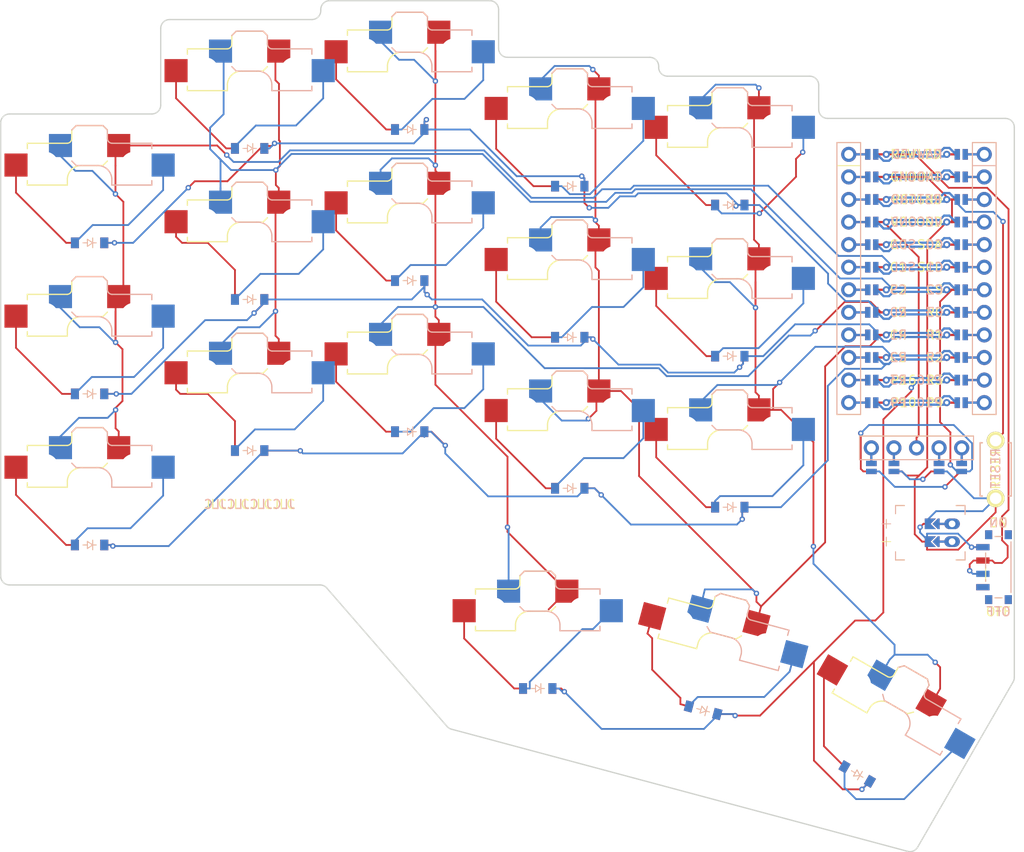
<source format=kicad_pcb>
(kicad_pcb (version 20240108) (generator "pcbnew") (generator_version "8.0")
  (title_block (title "corney_island_wireless") (date "2024-12-31") (rev "0.2") (company "ceoloide"))
  (layers (0 "F.Cu" signal) (31 "B.Cu" signal) (34 "B.Paste" user) (35 "F.Paste" user) (36 "B.SilkS" user "B.Silkscreen") (37 "F.SilkS" user "F.Silkscreen") (38 "B.Mask" user) (39 "F.Mask" user) (44 "Edge.Cuts" user))
  (net 0 "")
  (net 1 "C1")
  (net 2 "pinky_bottom_B")
  (net 3 "GND")
  (net 4 "pinky_home_B")
  (net 5 "pinky_top_B")
  (net 6 "C2")
  (net 7 "ring_bottom_B")
  (net 8 "ring_home_B")
  (net 9 "ring_top_B")
  (net 10 "C3")
  (net 11 "middle_bottom_B")
  (net 12 "middle_home_B")
  (net 13 "middle_top_B")
  (net 14 "C4")
  (net 15 "index_bottom_B")
  (net 16 "index_home_B")
  (net 17 "index_top_B")
  (net 18 "C5")
  (net 19 "inner_bottom_B")
  (net 20 "inner_home_B")
  (net 21 "inner_top_B")
  (net 22 "near_home_B")
  (net 23 "mid_home_B")
  (net 24 "far_home_B")
  (net 25 "R2")
  (net 26 "R1")
  (net 27 "R0")
  (net 28 "R3")
  (net 29 "pinky_bottom_F")
  (net 30 "pinky_home_F")
  (net 31 "pinky_top_F")
  (net 32 "ring_bottom_F")
  (net 33 "ring_home_F")
  (net 34 "ring_top_F")
  (net 35 "middle_bottom_F")
  (net 36 "middle_home_F")
  (net 37 "middle_top_F")
  (net 38 "index_bottom_F")
  (net 39 "index_home_F")
  (net 40 "index_top_F")
  (net 41 "inner_bottom_F")
  (net 42 "inner_home_F")
  (net 43 "inner_top_F")
  (net 44 "near_home_F")
  (net 45 "mid_home_F")
  (net 46 "far_home_F")
  (net 47 "RAW")
  (net 48 "RST")
  (net 49 "VCC")
  (net 50 "C0")
  (net 51 "P16")
  (net 52 "P10")
  (net 53 "LED")
  (net 54 "DAT")
  (net 55 "SDA")
  (net 56 "SCL")
  (net 57 "CS")
  (net 58 "P9")
  (net 59 "MCU1_24")
  (net 60 "MCU1_1")
  (net 61 "MCU1_23")
  (net 62 "MCU1_2")
  (net 63 "MCU1_22")
  (net 64 "MCU1_3")
  (net 65 "MCU1_21")
  (net 66 "MCU1_4")
  (net 67 "MCU1_20")
  (net 68 "MCU1_5")
  (net 69 "MCU1_19")
  (net 70 "MCU1_6")
  (net 71 "MCU1_18")
  (net 72 "MCU1_7")
  (net 73 "MCU1_17")
  (net 74 "MCU1_8")
  (net 75 "MCU1_16")
  (net 76 "MCU1_9")
  (net 77 "MCU1_15")
  (net 78 "MCU1_10")
  (net 79 "MCU1_14")
  (net 80 "MCU1_11")
  (net 81 "MCU1_13")
  (net 82 "MCU1_12")
  (net 83 "MOSI")
  (net 84 "SCK")
  (net 85 "DISP1_1")
  (net 86 "DISP1_2")
  (net 87 "DISP1_4")
  (net 88 "DISP1_5")
  (net 89 "BAT_P")
  (net 90 "JST1_1")
  (net 91 "JST1_2")
  (footprint "kbd:ResetSW" (layer "F.Cu") (at 201.9 96.5 90)
    (property "Reference" "B1" (hide yes))
    (property "Value" "")
  )
  (footprint "ceoloide:switch_choc_v1_v2" (layer "F.Cu") (at 170.2933 118.769 -15)
    (property "Reference" "S35" (hide yes))
    (property "Value" "")
  )
  (footprint "ceoloide:diode_tht_sod123" (layer "F.Cu") (at 172 100.75 180)
    (property "Reference" "D31" (hide yes))
    (property "Value" "")
  )
  (footprint "ceoloide:switch_choc_v1_v2" (layer "F.Cu") (at 118 89.375)
    (property "Reference" "S22" (hide yes))
    (property "Value" "")
  )
  (footprint "ceoloide:switch_choc_v1_v2" (layer "F.Cu") (at 136 53.25)
    (property "Reference" "S27" (hide yes))
    (property "Value" "")
  )
  (footprint "ceoloide:mounting_hole_npth" (layer "F.Cu") (at 163 68.125)
    (property "Reference" "MH5" (hide yes))
    (property "Value" "")
  )
  (footprint "ceoloide:mounting_hole_npth" (layer "F.Cu") (at 181.1866 112.888 -15)
    (property "Reference" "MH7" (hide yes))
    (property "Value" "")
  )
  (footprint "ceoloide:diode_tht_sod123" (layer "F.Cu") (at 154 64.625 180)
    (property "Reference" "D30" (hide yes))
    (property "Value" "")
  )
  (footprint "ceoloide:diode_tht_sod123" (layer "F.Cu") (at 168.9992 123.5986 165)
    (property "Reference" "D35" (hide yes))
    (property "Value" "")
  )
  (footprint "ceoloide:mounting_hole_npth" (layer "F.Cu") (at 201 114.475)
    (property "Reference" "MH2" (hide yes))
    (property "Value" "")
  )
  (footprint "ceoloide:diode_tht_sod123" (layer "F.Cu") (at 172 66.75 180)
    (property "Reference" "D33" (hide yes))
    (property "Value" "")
  )
  (footprint "ceoloide:diode_tht_sod123" (layer "F.Cu") (at 154 98.625 180)
    (property "Reference" "D28" (hide yes))
    (property "Value" "")
  )
  (footprint "ceoloide:diode_tht_sod123" (layer "F.Cu") (at 100 88 180)
    (property "Reference" "D20" (hide yes))
    (property "Value" "")
  )
  (footprint "ceoloide:mcu_nice_nano" (layer "F.Cu") (at 193 73.745)
    (property "Reference" "MCU1" (hide yes))
    (property "Value" "")
  )
  (footprint "ceoloide:diode_tht_sod123" (layer "F.Cu") (at 136 58.25 180)
    (property "Reference" "D27" (hide yes))
    (property "Value" "")
  )
  (footprint "ceoloide:diode_tht_sod123" (layer "F.Cu") (at 118 77.375 180)
    (property "Reference" "D23" (hide yes))
    (property "Value" "")
  )
  (footprint "ceoloide:diode_tht_sod123" (layer "F.Cu") (at 150.4 121.15 180)
    (property "Reference" "D34" (hide yes))
    (property "Value" "")
  )
  (footprint "ceoloide:mounting_hole_npth" (layer "F.Cu") (at 185 105.575)
    (property "Reference" "MH1" (hide yes))
    (property "Value" "")
  )
  (footprint "ceoloide:diode_tht_sod123" (layer "F.Cu") (at 100 71 180)
    (property "Reference" "D21" (hide yes))
    (property "Value" "")
  )
  (footprint "ceoloide:switch_choc_v1_v2" (layer "F.Cu") (at 154 76.625)
    (property "Reference" "S29" (hide yes))
    (property "Value" "")
  )
  (footprint "ceoloide:switch_choc_v1_v2" (layer "F.Cu") (at 172 95.75)
    (property "Reference" "S31" (hide yes))
    (property "Value" "")
  )
  (footprint "ceoloide:switch_choc_v1_v2" (layer "F.Cu") (at 172 78.75)
    (property "Reference" "S32" (hide yes))
    (property "Value" "")
  )
  (footprint "ceoloide:switch_choc_v1_v2" (layer "F.Cu") (at 136 87.25)
    (property "Reference" "S25" (hide yes))
    (property "Value" "")
  )
  (footprint "ceoloide:mounting_hole_npth" (layer "F.Cu") (at 141.4 107.65)
    (property "Reference" "MH6" (hide yes))
    (property "Value" "")
  )
  (footprint "ceoloide:switch_choc_v1_v2" (layer "F.Cu") (at 188.8309 126.4475 -30)
    (property "Reference" "S36" (hide yes))
    (property "Value" "")
  )
  (footprint "ceoloide:switch_choc_v1_v2" (layer "F.Cu") (at 100 83)
    (property "Reference" "S20" (hide yes))
    (property "Value" "")
  )
  (footprint "ceoloide:display_nice_view" (layer "F.Cu") (at 193 77.375)
    (property "Reference" "DISP1" (hide yes))
    (property "Value" "")
  )
  (footprint "ceoloide:switch_choc_v1_v2" (layer "F.Cu") (at 136 70.25)
    (property "Reference" "S26" (hide yes))
    (property "Value" "")
  )
  (footprint "ceoloide:switch_choc_v1_v2" (layer "F.Cu") (at 118 55.375)
    (property "Reference" "S24" (hide yes))
    (property "Value" "")
  )
  (footprint "ceoloide:diode_tht_sod123" (layer "F.Cu") (at 172 83.75 180)
    (property "Reference" "D32" (hide yes))
    (property "Value" "")
  )
  (footprint "ceoloide:switch_choc_v1_v2" (layer "F.Cu") (at 100 66)
    (property "Reference" "S21" (hide yes))
    (property "Value" "")
  )
  (footprint "ceoloide:power_switch_smd_side" (layer "F.Cu") (at 202.2 107.5)
    (property "Reference" "PWR1" (hide yes))
    (property "Value" "")
  )
  (footprint "ceoloide:switch_choc_v1_v2" (layer "F.Cu") (at 100 100)
    (property "Reference" "S19" (hide yes))
    (property "Value" "")
  )
  (footprint "ceoloide:diode_tht_sod123" (layer "F.Cu") (at 100 105 180)
    (property "Reference" "D19" (hide yes))
    (property "Value" "")
  )
  (footprint "ceoloide:diode_tht_sod123" (layer "F.Cu") (at 118 94.375 180)
    (property "Reference" "D22" (hide yes))
    (property "Value" "")
  )
  (footprint "ceoloide:mounting_hole_npth" (layer "F.Cu") (at 109 74.5)
    (property "Reference" "MH3" (hide yes))
    (property "Value" "")
  )
  (footprint "ceoloide:diode_tht_sod123" (layer "F.Cu") (at 136 75.25 180)
    (property "Reference" "D26" (hide yes))
    (property "Value" "")
  )
  (footprint "ceoloide:battery_connector_jst_ph_2" (layer "F.Cu") (at 197 103.625 -90)
    (property "Reference" "JST1" (hide yes))
    (property "Value" "")
  )
  (footprint "ceoloide:switch_choc_v1_v2" (layer "F.Cu") (at 154 93.625)
    (property "Reference" "S28" (hide yes))
    (property "Value" "")
  )
  (footprint "ceoloide:diode_tht_sod123" (layer "F.Cu") (at 118 60.375 180)
    (property "Reference" "D24" (hide yes))
    (property "Value" "")
  )
  (footprint "ceoloide:switch_choc_v1_v2" (layer "F.Cu") (at 172 61.75)
    (property "Reference" "S33" (hide yes))
    (property "Value" "")
  )
  (footprint "ceoloide:mounting_hole_npth" (layer "F.Cu") (at 109 91.5)
    (property "Reference" "MH4" (hide yes))
    (property "Value" "")
  )
  (footprint "ceoloide:switch_choc_v1_v2" (layer "F.Cu") (at 154 59.625)
    (property "Reference" "S30" (hide yes))
    (property "Value" "")
  )
  (footprint "ceoloide:diode_tht_sod123" (layer "F.Cu") (at 186.3309 130.7777 150)
    (property "Reference" "D36" (hide yes))
    (property "Value" "")
  )
  (footprint "ceoloide:diode_tht_sod123" (layer "F.Cu") (at 154 81.625 180)
    (property "Reference" "D29" (hide yes))
    (property "Value" "")
  )
  (footprint "ceoloide:switch_choc_v1_v2" (layer "F.Cu") (at 118 72.375)
    (property "Reference" "S23" (hide yes))
    (property "Value" "")
  )
  (footprint "ceoloide:diode_tht_sod123" (layer "F.Cu") (at 136 92.25 180)
    (property "Reference" "D25" (hide yes))
    (property "Value" "")
  )
  (footprint "ceoloide:switch_choc_v1_v2" (layer "F.Cu") (at 150.4 116.15)
    (property "Reference" "S34" (hide yes))
    (property "Value" "")
  )
  (footprint "ceoloide:diode_tht_sod123" (layer "B.Cu") (at 118 60.375 180)
    (property "Reference" "D6" (hide yes))
    (property "Value" "")
  )
  (footprint "ceoloide:switch_choc_v1_v2" (layer "B.Cu") (at 154 76.625)
    (property "Reference" "S11" (hide yes))
    (property "Value" "")
  )
  (footprint "ceoloide:switch_choc_v1_v2" (layer "B.Cu") (at 172 95.75)
    (property "Reference" "S13" (hide yes))
    (property "Value" "")
  )
  (footprint "ceoloide:switch_choc_v1_v2" (layer "B.Cu") (at 188.8309 126.4475 -30)
    (property "Reference" "S18" (hide yes))
    (property "Value" "")
  )
  (footprint "ceoloide:switch_choc_v1_v2" (layer "B.Cu") (at 136 87.25)
    (property "Reference" "S7" (hide yes))
    (property "Value" "")
  )
  (footprint "ceoloide:switch_choc_v1_v2" (layer "B.Cu") (at 170.2933 118.769 -15)
    (property "Reference" "S17" (hide yes))
    (property "Value" "")
  )
  (footprint "ceoloide:diode_tht_sod123" (layer "B.Cu") (at 136 92.25 180)
    (property "Reference" "D7" (hide yes))
    (property "Value" "")
  )
  (footprint "ceoloide:switch_choc_v1_v2" (layer "B.Cu") (at 100 66)
    (property "Reference" "S3" (hide yes))
    (property "Value" "")
  )
  (footprint "ceoloide:diode_tht_sod123" (layer "B.Cu") (at 186.3309 130.7777 150)
    (property "Reference" "D18" (hide yes))
    (property "Value" "")
  )
  (footprint "ceoloide:switch_choc_v1_v2" (layer "B.Cu") (at 118 72.375)
    (property "Reference" "S5" (hide yes))
    (property "Value" "")
  )
  (footprint "ceoloide:diode_tht_sod123" (layer "B.Cu") (at 172 100.75 180)
    (property "Reference" "D13" (hide yes))
    (property "Value" "")
  )
  (footprint "ceoloide:diode_tht_sod123" (layer "B.Cu") (at 168.9992 123.5986 165)
    (property "Reference" "D17" (hide yes))
    (property "Value" "")
  )
  (footprint "ceoloide:switch_choc_v1_v2" (layer "B.Cu") (at 172 61.75)
    (property "Reference" "S15" (hide yes))
    (property "Value" "")
  )
  (footprint "ceoloide:switch_choc_v1_v2" (layer "B.Cu") (at 118 55.375)
    (property "Reference" "S6" (hide yes))
    (property "Value" "")
  )
  (footprint "ceoloide:switch_choc_v1_v2" (layer "B.Cu") (at 154 59.625)
    (property "Reference" "S12" (hide yes))
    (property "Value" "")
  )
  (footprint "ceoloide:diode_tht_sod123" (layer "B.Cu") (at 150.4 121.15 180)
    (property "Reference" "D16" (hide yes))
    (property "Value" "")
  )
  (footprint "ceoloide:diode_tht_sod123" (layer "B.Cu") (at 100 105 180)
    (property "Reference" "D1" (hide yes))
    (property "Value" "")
  )
  (footprint "ceoloide:diode_tht_sod123" (layer "B.Cu") (at 118 94.375 180)
    (property "Reference" "D4" (hide yes))
    (property "Value" "")
  )
  (footprint "ceoloide:switch_choc_v1_v2" (layer "B.Cu") (at 100 83)
    (property "Reference" "S2" (hide yes))
    (property "Value" "")
  )
  (footprint "ceoloide:switch_choc_v1_v2" (layer "B.Cu") (at 172 78.75)
    (property "Reference" "S14" (hide yes))
    (property "Value" "")
  )
  (footprint "ceoloide:diode_tht_sod123" (layer "B.Cu") (at 136 75.25 180)
    (property "Reference" "D8" (hide yes))
    (property "Value" "")
  )
  (footprint "ceoloide:switch_choc_v1_v2" (layer "B.Cu") (at 154 93.625)
    (property "Reference" "S10" (hide yes))
    (property "Value" "")
  )
  (footprint "ceoloide:switch_choc_v1_v2" (layer "B.Cu") (at 118 89.375)
    (property "Reference" "S4" (hide yes))
    (property "Value" "")
  )
  (footprint "ceoloide:diode_tht_sod123" (layer "B.Cu") (at 118 77.375 180)
    (property "Reference" "D5" (hide yes))
    (property "Value" "")
  )
  (footprint "ceoloide:diode_tht_sod123" (layer "B.Cu") (at 100 71 180)
    (property "Reference" "D3" (hide yes))
    (property "Value" "")
  )
  (footprint "ceoloide:switch_choc_v1_v2" (layer "B.Cu") (at 136 53.25)
    (property "Reference" "S9" (hide yes))
    (property "Value" "")
  )
  (footprint "ceoloide:diode_tht_sod123" (layer "B.Cu") (at 136 58.25 180)
    (property "Reference" "D9" (hide yes))
    (property "Value" "")
  )
  (footprint "ceoloide:diode_tht_sod123" (layer "B.Cu") (at 172 66.75 180)
    (property "Reference" "D15" (hide yes))
    (property "Value" "")
  )
  (footprint "ceoloide:switch_choc_v1_v2" (layer "B.Cu") (at 136 70.25)
    (property "Reference" "S8" (hide yes))
    (property "Value" "")
  )
  (footprint "ceoloide:diode_tht_sod123" (layer "B.Cu") (at 154 98.625 180)
    (property "Reference" "D10" (hide yes))
    (property "Value" "")
  )
  (footprint "ceoloide:diode_tht_sod123" (layer "B.Cu") (at 100 88 180)
    (property "Reference" "D2" (hide yes))
    (property "Value" "")
  )
  (footprint "ceoloide:diode_tht_sod123" (layer "B.Cu") (at 154 81.625 180)
    (property "Reference" "D11" (hide yes))
    (property "Value" "")
  )
  (footprint "ceoloide:switch_choc_v1_v2" (layer "B.Cu") (at 150.4 116.15)
    (property "Reference" "S16" (hide yes))
    (property "Value" "")
  )
  (footprint "ceoloide:switch_choc_v1_v2" (layer "B.Cu") (at 100 100)
    (property "Reference" "S1" (hide yes))
    (property "Value" "")
  )
  (footprint "ceoloide:diode_tht_sod123" (layer "B.Cu") (at 172 83.75 180)
    (property "Reference" "D14" (hide yes))
    (property "Value" "")
  )
  (footprint "ceoloide:diode_tht_sod123" (layer "B.Cu") (at 154 64.625 180)
    (property "Reference" "D12" (hide yes))
    (property "Value" "")
  )
  (gr_line (start 182 56) (end 182 53.25) (stroke (width 0.15)) (layer "Edge.Cuts"))
  (gr_arc (start 140.695574 125.729199) (mid 140.424268 125.611187) (end 140.19936 125.41896) (stroke (width 0.15)) (layer "Edge.Cuts"))
  (gr_line (start 107 56.5) (end 91 56.5) (stroke (width 0.15)) (layer "Edge.Cuts"))
  (gr_line (start 204 119.905915) (end 204 58) (stroke (width 0.15)) (layer "Edge.Cuts"))
  (gr_line (start 125 45.875) (end 109 45.875) (stroke (width 0.15)) (layer "Edge.Cuts"))
  (gr_line (start 145 43.75) (end 127 43.75) (stroke (width 0.15)) (layer "Edge.Cuts"))
  (gr_line (start 191.999967 139.476169) (end 140.695574 125.729199) (stroke (width 0.15)) (layer "Edge.Cuts"))
  (gr_arc (start 91 109.5) (mid 90.292893 109.207107) (end 90 108.5) (stroke (width 0.15)) (layer "Edge.Cuts"))
  (gr_arc (start 126 44.75) (mid 126.292893 44.042893) (end 127 43.75) (stroke (width 0.15)) (layer "Edge.Cuts"))
  (gr_line (start 91 109.5) (end 125.918976 109.5) (stroke (width 0.15)) (layer "Edge.Cuts"))
  (gr_arc (start 183 57) (mid 182.292893 56.707107) (end 182 56) (stroke (width 0.15)) (layer "Edge.Cuts"))
  (gr_line (start 193.124811 139.010244) (end 203.866025 120.405915) (stroke (width 0.15)) (layer "Edge.Cuts"))
  (gr_arc (start 108 55.5) (mid 107.707107 56.207107) (end 107 56.5) (stroke (width 0.15)) (layer "Edge.Cuts"))
  (gr_line (start 90 108.5) (end 90 57.5) (stroke (width 0.15)) (layer "Edge.Cuts"))
  (gr_arc (start 90 57.5) (mid 90.292893 56.792893) (end 91 56.5) (stroke (width 0.15)) (layer "Edge.Cuts"))
  (gr_arc (start 193.124811 139.010244) (mid 192.641465 139.434097) (end 191.999967 139.476169) (stroke (width 0.15)) (layer "Edge.Cuts"))
  (gr_line (start 183 57) (end 203 57) (stroke (width 0.15)) (layer "Edge.Cuts"))
  (gr_arc (start 108 46.875) (mid 108.292893 46.167893) (end 109 45.875) (stroke (width 0.15)) (layer "Edge.Cuts"))
  (gr_line (start 126 44.75) (end 126 44.875) (stroke (width 0.15)) (layer "Edge.Cuts"))
  (gr_line (start 146 49.125) (end 146 44.75) (stroke (width 0.15)) (layer "Edge.Cuts"))
  (gr_arc (start 147 50.125) (mid 146.292893 49.832107) (end 146 49.125) (stroke (width 0.15)) (layer "Edge.Cuts"))
  (gr_arc (start 126 44.875) (mid 125.707107 45.582107) (end 125 45.875) (stroke (width 0.15)) (layer "Edge.Cuts"))
  (gr_arc (start 204 119.905915) (mid 203.965922 120.164733) (end 203.866025 120.405915) (stroke (width 0.15)) (layer "Edge.Cuts"))
  (gr_line (start 181 52.25) (end 165 52.25) (stroke (width 0.15)) (layer "Edge.Cuts"))
  (gr_arc (start 125.918976 109.5) (mid 126.333899 109.590133) (end 126.674009 109.844313) (stroke (width 0.15)) (layer "Edge.Cuts"))
  (gr_line (start 164 51.25) (end 164 51.125) (stroke (width 0.15)) (layer "Edge.Cuts"))
  (gr_line (start 140.19936 125.41896) (end 126.674009 109.844313) (stroke (width 0.15)) (layer "Edge.Cuts"))
  (gr_line (start 163 50.125) (end 147 50.125) (stroke (width 0.15)) (layer "Edge.Cuts"))
  (gr_arc (start 203 57) (mid 203.707107 57.292893) (end 204 58) (stroke (width 0.15)) (layer "Edge.Cuts"))
  (gr_arc (start 145 43.75) (mid 145.707107 44.042893) (end 146 44.75) (stroke (width 0.15)) (layer "Edge.Cuts"))
  (gr_line (start 108 46.875) (end 108 55.5) (stroke (width 0.15)) (layer "Edge.Cuts"))
  (gr_arc (start 163 50.125) (mid 163.707107 50.417893) (end 164 51.125) (stroke (width 0.15)) (layer "Edge.Cuts"))
  (gr_arc (start 181 52.25) (mid 181.707107 52.542893) (end 182 53.25) (stroke (width 0.15)) (layer "Edge.Cuts"))
  (gr_arc (start 165 52.25) (mid 164.292893 51.957107) (end 164 51.25) (stroke (width 0.15)) (layer "Edge.Cuts"))
  (gr_text "JLCJLCJLCJLC" (at 118 100.425 0) (layer "B.SilkS") (effects (font (size 1 1)) (justify mirror)))
  (gr_text "JLCJLCJLCJLC" (at 118 100.425 0) (layer "F.SilkS") (effects (font (size 1 1))))
  (segment (start 102.9238 82.2) (end 102.9238 77.4012) (width 0.2) (layer "F.Cu") (net 1))
  (segment (start 103.7 82.9762) (end 102.9238 82.2) (width 0.2) (layer "F.Cu") (net 1))
  (segment (start 103.7 88.8) (end 103.7 82.9762) (width 0.2) (layer "F.Cu") (net 1))
  (segment (start 115.424142 61.1259) (end 114.348242 60.05) (width 0.2) (layer "F.Cu") (net 1))
  (segment (start 188.42 73.745) (end 189.6 73.745) (width 0.25) (layer "F.Cu") (net 1))
  (segment (start 102.9238 89.8) (end 102.9238 91.8709) (width 0.2) (layer "F.Cu") (net 1))
  (segment (start 103.275 92.2221) (end 103.275 94.05) (width 0.2) (layer "F.Cu") (net 1))
  (segment (start 114.348242 60.05) (end 103.275 60.05) (width 0.2) (layer "F.Cu") (net 1))
  (segment (start 102.9106 62.3077) (end 102.9106 60.4144) (width 0.2) (layer "F.Cu") (net 1))
  (segment (start 102.9238 89.8) (end 102.9238 89.5762) (width 0.2) (layer "F.Cu") (net 1))
  (segment (start 102.9238 77.4012) (end 103.275 77.05) (width 0.2) (layer "F.Cu") (net 1))
  (segment (start 103.8 66.3894) (end 103.8 77.833705) (width 0.2) (layer "F.Cu") (net 1))
  (segment (start 102.9106 60.4144) (end 103.275 60.05) (width 0.2) (layer "F.Cu") (net 1))
  (segment (start 103.8 77.833705) (end 103.5 78.133705) (width 0.2) (layer "F.Cu") (net 1))
  (segment (start 102.9238 89.5762) (end 103.7 88.8) (width 0.2) (layer "F.Cu") (net 1))
  (segment (start 102.9238 78.709905) (end 102.9238 82.2) (width 0.2) (layer "F.Cu") (net 1))
  (segment (start 102.9238 91.8709) (end 103.275 92.2221) (width 0.2) (layer "F.Cu") (net 1))
  (segment (start 102.9106 65.5) (end 103.8 66.3894) (width 0.2) (layer "F.Cu") (net 1))
  (segment (start 102.9106 65.5) (end 102.9106 62.3077) (width 0.2) (layer "F.Cu") (net 1))
  (via (at 115.424142 61.1259) (size 0.6) (drill 0.3) (layers "F.Cu" "B.Cu") (net 1))
  (via (at 102.9238 89.8) (size 0.6) (drill 0.3) (layers "F.Cu" "B.Cu") (net 1))
  (via (at 102.9238 82.2) (size 0.6) (drill 0.3) (layers "F.Cu" "B.Cu") (net 1))
  (via (at 102.9106 65.5) (size 0.6) (drill 0.3) (layers "F.Cu" "B.Cu") (net 1))
  (segment (start 102.0238 90.7) (end 98.8 90.7) (width 0.2) (layer "B.Cu") (net 1))
  (segment (start 98.4 62.9) (end 96.725 61.225) (width 0.2) (layer "B.Cu") (net 1))
  (segment (start 98.8 90.7) (end 96.725 92.775) (width 0.2) (layer "B.Cu") (net 1))
  (segment (start 115.424142 61.1259) (end 116.198242 61.9) (width 0.2) (layer "B.Cu") (net 1))
  (segment (start 184.2298 72.475) (end 189.1218 72.475) (width 0.2) (layer "B.Cu") (net 1))
  (segment (start 149.6972 65.934) (end 156.679 65.934) (width 0.2) (layer "B.Cu") (net 1))
  (segment (start 102.8 82.2) (end 101.1 80.5) (width 0.2) (layer "B.Cu") (net 1))
  (segment (start 189.82 73.525) (end 189.6 73.745) (width 0.2) (layer "B.Cu") (net 1))
  (segment (start 102.9238 89.8) (end 102.0238 90.7) (width 0.2) (layer "B.Cu") (net 1))
  (segment (start 101.1 80.5) (end 98.9 80.5) (width 0.2) (layer "B.Cu") (net 1))
  (segment (start 196.1 73.02) (end 195.595 73.525) (width 0.25) (layer "B.Cu") (net 1))
  (segment (start 156.679 65.934) (end 157.6431 64.9699) (width 0.2) (layer "B.Cu") (net 1))
  (segment (start 196.7 73.02) (end 196.1 73.02) (width 0.25) (layer "B.Cu") (net 1))
  (segment (start 96.725 78.325) (end 96.725 77.05) (width 0.2) (layer "B.Cu") (net 1))
  (segment (start 161.2242 64.568) (end 176.3228 64.568) (width 0.2) (layer "B.Cu") (net 1))
  (segment (start 157.6431 64.9699) (end 160.8223 64.9699) (width 0.2) (layer "B.Cu") (net 1))
  (segment (start 160.8223 64.9699) (end 161.2242 64.568) (width 0.2) (layer "B.Cu") (net 1))
  (segment (start 195.595 73.525) (end 190.1718 73.525) (width 0.25) (layer "B.Cu") (net 1))
  (segment (start 122.534315 60.6) (end 144.3632 60.6) (width 0.2) (layer "B.Cu") (net 1))
  (segment (start 121.234315 61.9) (end 122.534315 60.6) (width 0.2) (layer "B.Cu") (net 1))
  (segment (start 144.3632 60.6) (end 149.6972 65.934) (width 0.2) (layer "B.Cu") (net 1))
  (segment (start 189.1218 72.475) (end 190.1718 73.525) (width 0.2) (layer "B.Cu") (net 1))
  (segment (start 96.725 61.225) (end 96.725 60.05) (width 0.2) (layer "B.Cu") (net 1))
  (segment (start 96.725 92.775) (end 96.725 94.05) (width 0.2) (layer "B.Cu") (net 1))
  (segment (start 190.1718 73.525) (end 189.82 73.525) (width 0.25) (layer "B.Cu") (net 1))
  (segment (start 102.9238 82.2) (end 102.8 82.2) (width 0.2) (layer "B.Cu") (net 1))
  (segment (start 98.9 80.5) (end 96.725 78.325) (width 0.2) (layer "B.Cu") (net 1))
  (segment (start 102.9106 65.5) (end 100.3106 62.9) (width 0.2) (layer "B.Cu") (net 1))
  (segment (start 176.3228 64.568) (end 184.2298 72.475) (width 0.2) (layer "B.Cu") (net 1))
  (segment (start 116.198242 61.9) (end 121.234315 61.9) (width 0.2) (layer "B.Cu") (net 1))
  (segment (start 197.775 73.745) (end 197.58 73.745) (width 0.25) (layer "B.Cu") (net 1))
  (segment (start 197.58 73.745) (end 197.425 73.745) (width 0.25) (layer "B.Cu") (net 1))
  (segment (start 100.3106 62.9) (end 98.4 62.9) (width 0.2) (layer "B.Cu") (net 1))
  (segment (start 197.425 73.745) (end 196.7 73.02) (width 0.25) (layer "B.Cu") (net 1))
  (segment (start 99.7776 103.1224) (end 104.5989 103.1224) (width 0.2) (layer "B.Cu") (net 2))
  (segment (start 98.35 104.55) (end 99.7776 103.1224) (width 0.2) (layer "B.Cu") (net 2))
  (segment (start 98.35 105) (end 98.35 104.55) (width 0.2) (layer "B.Cu") (net 2))
  (segment (start 104.5989 103.1224) (end 108.275 99.4463) (width 0.2) (layer "B.Cu") (net 2))
  (segment (start 108.275 99.4463) (end 108.275 96.25) (width 0.2) (layer "B.Cu") (net 2))
  (segment (start 193.2899 97.1851) (end 191.8218 97.1851) (width 0.2) (layer "F.Cu") (net 3))
  (segment (start 192.8 97.675) (end 193.2899 97.1851) (width 0.2) (layer "F.Cu") (net 3))
  (segment (start 201.9 101.3218) (end 197.6951 105.5267) (width 0.2) (layer "F.Cu") (net 3))
  (segment (start 197.58 66.125) (end 196.99 66.125) (width 0.25) (layer "F.Cu") (net 3))
  (segment (start 196.99 66.125) (end 196.695 66.125) (width 0.25) (layer "F.Cu") (net 3))
  (segment (start 192.8 103.7927) (end 192.8 97.675) (width 0.2) (layer "F.Cu") (net 3))
  (segment (start 194.184 104.625) (end 194.184 105.5267) (width 0.2) (layer "F.Cu") (net 3))
  (segment (start 188.42 63.585) (end 189.6 63.585) (width 0.25) (layer "F.Cu") (net 3))
  (segment (start 190.46 96.725) (end 191.3617 96.725) (width 0.2) (layer "F.Cu") (net 3))
  (segment (start 196.99 68.665) (end 196.4 68.665) (width 0.25) (layer "F.Cu") (net 3))
  (segment (start 197.6951 105.5267) (end 194.184 105.5267) (width 0.2) (layer "F.Cu") (net 3))
  (segment (start 201.9 99.75) (end 201.9 101.3218) (width 0.2) (layer "F.Cu") (net 3))
  (segment (start 196.695 66.125) (end 194.155 63.585) (width 0.2) (layer "F.Cu") (net 3))
  (segment (start 194.155 63.585) (end 189.6 63.585) (width 0.2) (layer "F.Cu") (net 3))
  (segment (start 196.99 68.665) (end 196.99 66.125) (width 0.2) (layer "F.Cu") (net 3))
  (segment (start 191.8218 97.1851) (end 191.3617 96.725) (width 0.2) (layer "F.Cu") (net 3))
  (segment (start 194.2075 96.2675) (end 194.2075 70.8575) (width 0.2) (layer "F.Cu") (net 3))
  (segment (start 193.2899 97.1851) (end 194.2075 96.2675) (width 0.2) (layer "F.Cu") (net 3))
  (segment (start 193.6323 104.625) (end 192.8 103.7927) (width 0.2) (layer "F.Cu") (net 3))
  (segment (start 194.184 104.625) (end 193.6323 104.625) (width 0.2) (layer "F.Cu") (net 3))
  (segment (start 196.695 66.125) (end 196.4 66.125) (width 0.25) (layer "F.Cu") (net 3))
  (segment (start 194.2075 70.8575) (end 196.4 68.665) (width 0.2) (layer "F.Cu") (net 3))
  (segment (start 197.58 68.665) (end 196.99 68.665) (width 0.25) (layer "F.Cu") (net 3))
  (segment (start 196.7 62.86) (end 196.1 62.86) (width 0.25) (layer "B.Cu") (net 3))
  (segment (start 188.575 66.125) (end 189.3 66.85) (width 0.25) (layer "B.Cu") (net 3))
  (segment (start 196.1 62.86) (end 195.595 63.365) (width 0.25) (layer "B.Cu") (net 3))
  (segment (start 194.184 102.216) (end 195.2 101.2) (width 0.2) (layer "B.Cu") (net 3))
  (segment (start 197.58 63.585) (end 197.425 63.585) (width 0.25) (layer "B.Cu") (net 3))
  (segment (start 199.4667 99.75) (end 196.4417 96.725) (width 0.2) (layer "B.Cu") (net 3))
  (segment (start 196.17 66.355) (end 196.4 66.125) (width 0.2) (layer "B.Cu") (net 3))
  (segment (start 200.45 101.2) (end 201.9 99.75) (width 0.2) (layer "B.Cu") (net 3))
  (segment (start 189.82 63.365) (end 189.6 63.585) (width 0.2) (layer "B.Cu") (net 3))
  (segment (start 201.9 99.75) (end 199.4667 99.75) (width 0.2) (layer "B.Cu") (net 3))
  (segment (start 188.225 68.665) (end 188.42 68.665) (width 0.25) (layer "B.Cu") (net 3))
  (segment (start 189.3 66.85) (end 189.9 66.85) (width 0.25) (layer "B.Cu") (net 3))
  (segment (start 190.395 68.895) (end 196.17 68.895) (width 0.25) (layer "B.Cu") (net 3))
  (segment (start 195.595 63.365) (end 189.82 63.365) (width 0.25) (layer "B.Cu") (net 3))
  (segment (start 195.54 96.725) (end 196.4417 96.725) (width 0.2) (layer "B.Cu") (net 3))
  (segment (start 188.42 68.665) (end 188.575 68.665) (width 0.25) (layer "B.Cu") (net 3))
  (segment (start 197.775 63.585) (end 197.58 63.585) (width 0.25) (layer "B.Cu") (net 3))
  (segment (start 188.225 66.125) (end 188.42 66.125) (width 0.25) (layer "B.Cu") (net 3))
  (segment (start 188.42 66.125) (end 188.575 66.125) (width 0.25) (layer "B.Cu") (net 3))
  (segment (start 194.184 102.625) (end 194.184 102.216) (width 0.2) (layer "B.Cu") (net 3))
  (segment (start 197.425 63.585) (end 196.7 62.86) (width 0.25) (layer "B.Cu") (net 3))
  (segment (start 188.575 68.665) (end 189.3 69.39) (width 0.25) (layer "B.Cu") (net 3))
  (segment (start 189.9 66.85) (end 190.395 66.355) (width 0.25) (layer "B.Cu") (net 3))
  (segment (start 190.395 66.355) (end 196.17 66.355) (width 0.25) (layer "B.Cu") (net 3))
  (segment (start 196.17 68.895) (end 196.4 68.665) (width 0.2) (layer "B.Cu") (net 3))
  (segment (start 189.3 69.39) (end 189.9 69.39) (width 0.25) (layer "B.Cu") (net 3))
  (segment (start 189.9 69.39) (end 190.395 68.895) (width 0.25) (layer "B.Cu") (net 3))
  (segment (start 195.2 101.2) (end 200.45 101.2) (width 0.2) (layer "B.Cu") (net 3))
  (segment (start 100.25 86.1) (end 98.35 88) (width 0.2) (layer "B.Cu") (net 4))
  (segment (start 108.275 82.825) (end 105 86.1) (width 0.2) (layer "B.Cu") (net 4))
  (segment (start 108.275 79.25) (end 108.275 82.825) (width 0.2) (layer "B.Cu") (net 4))
  (segment (start 105 86.1) (end 100.25 86.1) (width 0.2) (layer "B.Cu") (net 4))
  (segment (start 100.35 69) (end 98.35 71) (width 0.2) (layer "B.Cu") (net 5))
  (segment (start 108.275 65.063478) (end 104.338478 69) (width 0.2) (layer "B.Cu") (net 5))
  (segment (start 108.275 62.25) (end 108.275 65.063478) (width 0.2) (layer "B.Cu") (net 5))
  (segment (start 104.338478 69) (end 100.35 69) (width 0.2) (layer "B.Cu") (net 5))
  (segment (start 121.4 62.3591) (end 120.9475 62.8116) (width 0.2) (layer "F.Cu") (net 6))
  (segment (start 121.3 53.1) (end 121.3 59.459671) (width 0.2) (layer "F.Cu") (net 6))
  (segment (start 120.9 52.7) (end 121.3 53.1) (width 0.2) (layer "F.Cu") (net 6))
  (segment (start 120.91 78.7) (end 120.91 81.4583) (width 0.2) (layer "F.Cu") (net 6))
  (segment (start 121.3 59.459671) (end 121.4 59.559671) (width 0.2) (layer "F.Cu") (net 6))
  (segment (start 121.4 59.559671) (end 121.4 62.3591) (width 0.2) (layer "F.Cu") (net 6))
  (segment (start 121.275 83.425) (end 121.275 81.8233) (width 0.2) (layer "F.Cu") (net 6))
  (segment (start 121.275 65.6241) (end 121.275 64.8233) (width 0.2) (layer "F.Cu") (net 6))
  (segment (start 120.9475 62.8116) (end 120.9475 64.4958) (width 0.2) (layer "F.Cu") (net 6))
  (segment (start 120.9 49.8) (end 120.9 52.7) (width 0.2) (layer "F.Cu") (net 6))
  (segment (start 120.91 81.4583) (end 121.275 81.8233) (width 0.2) (layer "F.Cu") (net 6))
  (segment (start 121.275 65.6241) (end 121.275 66.425) (width 0.2) (layer "F.Cu") (net 6))
  (segment (start 121.275 66.425) (end 120.91 66.79) (width 0.2) (layer "F.Cu") (net 6))
  (segment (start 121.275 49.425) (end 120.9 49.8) (width 0.2) (layer "F.Cu") (net 6))
  (segment (start 188.42 76.285) (end 189.6 76.285) (width 0.25) (layer "F.Cu") (net 6))
  (segment (start 120.91 66.79) (end 120.91 78.7) (width 0.2) (layer "F.Cu") (net 6))
  (segment (start 120.9475 64.4958) (end 121.275 64.8233) (width 0.2) (layer "F.Cu") (net 6))
  (via (at 120.9475 62.8116) (size 0.6) (drill 0.3) (layers "F.Cu" "B.Cu") (net 6))
  (via (at 120.91 78.7) (size 0.6) (drill 0.3) (layers "F.Cu" "B.Cu") (net 6))
  (segment (start 122.7 61) (end 144.1951 61) (width 0.2) (layer "B.Cu") (net 6))
  (segment (start 184.4224 75.015) (end 189.1218 75.015) (width 0.2) (layer "B.Cu") (net 6))
  (segment (start 195.595 76.065) (end 190.1718 76.065) (width 0.25) (layer "B.Cu") (net 6))
  (segment (start 120.9475 62.8116) (end 120.9475 62.7525) (width 0.2) (layer "B.Cu") (net 6))
  (segment (start 189.82 76.065) (end 189.6 76.285) (width 0.2) (layer "B.Cu") (net 6))
  (segment (start 113.5538 60.4538) (end 114.55 61.45) (width 0.2) (layer "B.Cu") (net 6))
  (segment (start 144.1951 61) (end 149.5808 66.3857) (width 0.2) (layer "B.Cu") (net 6))
  (segment (start 114.55 61.45) (end 115.9116 62.8116) (width 0.2) (layer "B.Cu") (net 6))
  (segment (start 197.425 76.285) (end 196.7 75.56) (width 0.25) (layer "B.Cu") (net 6))
  (segment (start 114.725 66.425) (end 114.725 64.8233) (width 0.2) (layer "B.Cu") (net 6))
  (segment (start 119.11 80.5) (end 120.91 78.7) (width 0.2) (layer "B.Cu") (net 6))
  (segment (start 120.9475 62.7525) (end 122.7 61) (width 0.2) (layer "B.Cu") (net 6))
  (segment (start 190.1718 76.065) (end 189.82 76.065) (width 0.25) (layer "B.Cu") (net 6))
  (segment (start 159.1239 65.3699) (end 160.9903 65.3699) (width 0.2) (layer "B.Cu") (net 6))
  (segment (start 114.55 61.45) (end 114.725 61.625) (width 0.2) (layer "B.Cu") (net 6))
  (segment (start 196.1 75.56) (end 195.595 76.065) (width 0.25) (layer "B.Cu") (net 6))
  (segment (start 161.3905 64.9697) (end 174.3771 64.9697) (width 0.2) (layer "B.Cu") (net 6))
  (segment (start 196.7 75.56) (end 196.1 75.56) (width 0.25) (layer "B.Cu") (net 6))
  (segment (start 113.5538 58.0462) (end 115.0749 56.5251) (width 0.2) (layer "B.Cu") (net 6))
  (segment (start 189.1218 75.015) (end 190.1718 76.065) (width 0.2) (layer "B.Cu") (net 6))
  (segment (start 115.0749 49.7749) (end 114.725 49.425) (width 0.2) (layer "B.Cu") (net 6))
  (segment (start 149.5808 66.3857) (end 158.1081 66.3857) (width 0.2) (layer "B.Cu") (net 6))
  (segment (start 114.725 82.4752) (end 116.7002 80.5) (width 0.2) (layer "B.Cu") (net 6))
  (segment (start 113.5538 60.4538) (end 113.5538 58.0462) (width 0.2) (layer "B.Cu") (net 6))
  (segment (start 116.7002 80.5) (end 119.11 80.5) (width 0.2) (layer "B.Cu") (net 6))
  (segment (start 197.58 76.285) (end 197.425 76.285) (width 0.25) (layer "B.Cu") (net 6))
  (segment (start 114.725 83.425) (end 114.725 82.4752) (width 0.2) (layer "B.Cu") (net 6))
  (segment (start 115.0749 56.5251) (end 115.0749 49.7749) (width 0.2) (layer "B.Cu") (net 6))
  (segment (start 174.3771 64.9697) (end 184.4224 75.015) (width 0.2) (layer "B.Cu") (net 6))
  (segment (start 114.725 61.625) (end 114.725 66.425) (width 0.2) (layer "B.Cu") (net 6))
  (segment (start 115.9116 62.8116) (end 120.9475 62.8116) (width 0.2) (layer "B.Cu") (net 6))
  (segment (start 158.1081 66.3857) (end 159.1239 65.3699) (width 0.2) (layer "B.Cu") (net 6))
  (segment (start 197.775 76.285) (end 197.58 76.285) (width 0.25) (layer "B.Cu") (net 6))
  (segment (start 160.9903 65.3699) (end 161.3905 64.9697) (width 0.2) (layer "B.Cu") (net 6))
  (segment (start 126.275 88.7756) (end 126.275 85.625) (width 0.2) (layer "B.Cu") (net 7))
  (segment (start 116.35 94.25) (end 118.6 92) (width 0.2) (layer "B.Cu") (net 7))
  (segment (start 118.6 92) (end 123.0506 92) (width 0.2) (layer "B.Cu") (net 7))
  (segment (start 116.35 94.375) (end 116.35 94.25) (width 0.2) (layer "B.Cu") (net 7))
  (segment (start 123.0506 92) (end 126.275 88.7756) (width 0.2) (layer "B.Cu") (net 7))
  (segment (start 126.275 71.7364) (end 126.275 68.625) (width 0.2) (layer "B.Cu") (net 8))
  (segment (start 116.35 77.35) (end 119.2 74.5) (width 0.2) (layer "B.Cu") (net 8))
  (segment (start 119.2 74.5) (end 123.5114 74.5) (width 0.2) (layer "B.Cu") (net 8))
  (segment (start 123.5114 74.5) (end 126.275 71.7364) (width 0.2) (layer "B.Cu") (net 8))
  (segment (start 116.35 77.375) (end 116.35 77.35) (width 0.2) (layer "B.Cu") (net 8))
  (segment (start 123.2114 57.8) (end 126.275 54.7364) (width 0.2) (layer "B.Cu") (net 9))
  (segment (start 116.35 60.15) (end 118.7 57.8) (width 0.2) (layer "B.Cu") (net 9))
  (segment (start 116.35 60.375) (end 116.35 60.15) (width 0.2) (layer "B.Cu") (net 9))
  (segment (start 126.275 54.7364) (end 126.275 51.625) (width 0.2) (layer "B.Cu") (net 9))
  (segment (start 118.7 57.8) (end 123.2114 57.8) (width 0.2) (layer "B.Cu") (net 9))
  (segment (start 138.8922 79.3155) (end 138.8922 78.2178) (width 0.2) (layer "F.Cu") (net 10))
  (segment (start 139.275 79.6983) (end 138.8922 79.3155) (width 0.2) (layer "F.Cu") (net 10))
  (segment (start 187.8388 77.6538) (end 189.01 78.825) (width 0.2) (layer "F.Cu") (net 10))
  (segment (start 138.8936 86.9613) (end 138.8936 81.6814) (width 0.2) (layer "F.Cu") (net 10))
  (segment (start 138.8922 78.2178) (end 138.8922 64.6828) (width 0.2) (layer "F.Cu") (net 10))
  (segment (start 181.6635 80.9) (end 184.9097 77.6538) (width 0.2) (layer "F.Cu") (net 10))
  (segment (start 138.8936 81.6814) (end 139.275 81.3) (width 0.2) (layer "F.Cu") (net 10))
  (segment (start 139.275 64.3) (end 139.275 63.2728) (width 0.2) (layer "F.Cu") (net 10))
  (segment (start 139.275 63.2728) (end 138.8922 62.89) (width 0.2) (layer "F.Cu") (net 10))
  (segment (start 147.0019 95.0696) (end 138.8936 86.9613) (width 0.2) (layer "F.Cu") (net 10))
  (segment (start 139.275 81.3) (end 139.275 79.6983) (width 0.2) (layer "F.Cu") (net 10))
  (segment (start 138.8922 64.6828) (end 139.275 64.3) (width 0.2) (layer "F.Cu") (net 10))
  (segment (start 184.9097 77.6538) (end 187.8388 77.6538) (width 0.2) (layer "F.Cu") (net 10))
  (segment (start 147.0019 103) (end 147.0019 95.0696) (width 0.2) (layer "F.Cu") (net 10))
  (segment (start 147.0019 103) (end 147.0019 103.5269) (width 0.2) (layer "F.Cu") (net 10))
  (segment (start 181.6 80.9) (end 181.6635 80.9) (width 0.2) (layer "F.Cu") (net 10))
  (segment (start 147.0019 103.5269) (end 153.675 110.2) (width 0.2) (layer "F.Cu") (net 10))
  (segment (start 138.8922 62.2675) (end 138.8922 49.3976) (width 0.2) (layer "F.Cu") (net 10))
  (segment (start 189.01 78.825) (end 189.6 78.825) (width 0.25) (layer "F.Cu") (net 10))
  (segment (start 138.8922 62.89) (end 138.8922 62.2675) (width 0.2) (layer "F.Cu") (net 10))
  (segment (start 138.8922 49.3976) (end 138.8922 47.6828) (width 0.2) (layer "F.Cu") (net 10))
  (segment (start 138.8922 47.6828) (end 139.275 47.3) (width 0.2) (layer "F.Cu") (net 10))
  (segment (start 153.675 110.2) (end 151.6233 112.2517) (width 0.2) (layer "F.Cu") (net 10))
  (segment (start 188.42 78.825) (end 189.01 78.825) (width 0.25) (layer "F.Cu") (net 10))
  (segment (start 138.8922 49.3976) (end 138.8922 52.8) (width 0.2) (layer "F.Cu") (net 10))
  (via (at 138.8922 52.8) (size 0.6) (drill 0.3) (layers "F.Cu" "B.Cu") (net 10))
  (via (at 138.8922 62.2675) (size 0.6) (drill 0.3) (layers "F.Cu" "B.Cu") (net 10))
  (via (at 147.0019 103) (size 0.6) (drill 0.3) (layers "F.Cu" "B.Cu") (net 10))
  (via (at 181.6 80.9) (size 0.6) (drill 0.3) (layers "F.Cu" "B.Cu") (net 10))
  (via (at 138.8922 78.2178) (size 0.6) (drill 0.3) (layers "F.Cu" "B.Cu") (net 10))
  (segment (start 181.6 80.9) (end 181.0634 81.4366) (width 0.2) (layer "B.Cu") (net 10))
  (segment (start 134.6822 78.2178) (end 138.8922 78.2178) (width 0.2) (layer "B.Cu") (net 10))
  (segment (start 134.8 50.4) (end 132.725 48.325) (width 0.2) (layer "B.Cu") (net 10))
  (segment (start 197.58 78.825) (end 197.425 78.825) (width 0.25) (layer "B.Cu") (net 10))
  (segment (start 196.7 78.1) (end 196.1 78.1) (width 0.25) (layer "B.Cu") (net 10))
  (segment (start 132.725 81.3) (end 132.725 80.175) (width 0.2) (layer "B.Cu") (net 10))
  (segment (start 164.9 86) (end 164.0046 85.1046) (width 0.2) (layer "B.Cu") (net 10))
  (segment (start 132.725 62.775) (end 134 61.5) (width 0.2) (layer "B.Cu") (net 10))
  (segment (start 138.1247 61.5) (end 138.8922 62.2675) (width 0.2) (layer "B.Cu") (net 10))
  (segment (start 189.82 78.605) (end 189.6 78.825) (width 0.2) (layer "B.Cu") (net 10))
  (segment (start 181.0634 81.4366) (end 178.6459 81.4366) (width 0.2) (layer "B.Cu") (net 10))
  (segment (start 197.775 78.825) (end 197.58 78.825) (width 0.25) (layer "B.Cu") (net 10))
  (segment (start 196.1 78.1) (end 195.595 78.605) (width 0.25) (layer "B.Cu") (net 10))
  (segment (start 151.1755 85.1046) (end 144.2887 78.2178) (width 0.2) (layer "B.Cu") (net 10))
  (segment (start 144.2887 78.2178) (end 138.8922 78.2178) (width 0.2) (layer "B.Cu") (net 10))
  (segment (start 164.0046 85.1046) (end 151.1755 85.1046) (width 0.2) (layer "B.Cu") (net 10))
  (segment (start 138.8922 52.8) (end 136.4922 50.4) (width 0.2) (layer "B.Cu") (net 10))
  (segment (start 132.725 80.175) (end 134.6822 78.2178) (width 0.2) (layer "B.Cu") (net 10))
  (segment (start 195.595 78.605) (end 189.82 78.605) (width 0.25) (layer "B.Cu") (net 10))
  (segment (start 147.125 103.1231) (end 147.125 110.2) (width 0.2) (layer "B.Cu") (net 10))
  (segment (start 136.4922 50.4) (end 134.8 50.4) (width 0.2) (layer "B.Cu") (net 10))
  (segment (start 174.0825 86) (end 164.9 86) (width 0.2) (layer "B.Cu") (net 10))
  (segment (start 132.725 48.325) (end 132.725 47.3) (width 0.2) (layer "B.Cu") (net 10))
  (segment (start 134 61.5) (end 138.1247 61.5) (width 0.2) (layer "B.Cu") (net 10))
  (segment (start 132.725 64.3) (end 132.725 62.775) (width 0.2) (layer "B.Cu") (net 10))
  (segment (start 147.0019 103) (end 147.125 103.1231) (width 0.2) (layer "B.Cu") (net 10))
  (segment (start 197.425 78.825) (end 196.7 78.1) (width 0.25) (layer "B.Cu") (net 10))
  (segment (start 178.6459 81.4366) (end 174.0825 86) (width 0.2) (layer "B.Cu") (net 10))
  (segment (start 144.275 87.4767) (end 144.275 83.5) (width 0.2) (layer "B.Cu") (net 11))
  (segment (start 136.05 92.25) (end 138.7 89.6) (width 0.2) (layer "B.Cu") (net 11))
  (segment (start 134.35 92.25) (end 136.05 92.25) (width 0.2) (layer "B.Cu") (net 11))
  (segment (start 142.1517 89.6) (end 144.275 87.4767) (width 0.2) (layer "B.Cu") (net 11))
  (segment (start 138.7 89.6) (end 142.1517 89.6) (width 0.2) (layer "B.Cu") (net 11))
  (segment (start 140.088478 73.5) (end 136.1 73.5) (width 0.2) (layer "B.Cu") (net 12))
  (segment (start 136.1 73.5) (end 134.35 75.25) (width 0.2) (layer "B.Cu") (net 12))
  (segment (start 144.275 66.5) (end 144.275 69.313478) (width 0.2) (layer "B.Cu") (net 12))
  (segment (start 144.275 69.313478) (end 140.088478 73.5) (width 0.2) (layer "B.Cu") (net 12))
  (segment (start 135.1017 58.25) (end 138.5453 54.8064) (width 0.2) (layer "B.Cu") (net 13))
  (segment (start 134.35 58.25) (end 135.1017 58.25) (width 0.2) (layer "B.Cu") (net 13))
  (segment (start 138.5453 54.8064) (end 142.1573 54.8064) (width 0.2) (layer "B.Cu") (net 13))
  (segment (start 144.275 52.6887) (end 144.275 49.5) (width 0.2) (layer "B.Cu") (net 13))
  (segment (start 142.1573 54.8064) (end 144.275 52.6887) (width 0.2) (layer "B.Cu") (net 13))
  (segment (start 156.1 90.8) (end 157 89.9) (width 0.2) (layer "F.Cu") (net 14))
  (segment (start 157.275 53.675) (end 156.8922 54.0578) (width 0.2) (layer "F.Cu") (net 14))
  (segment (start 157.275 87.675) (end 157.275 74.1503) (width 0.2) (layer "F.Cu") (net 14))
  (segment (start 174.9967 111.3821) (end 174.9967 110.4473) (width 0.2) (layer "F.Cu") (net 14))
  (segment (start 157 89.9) (end 157 87.95) (width 0.2) (layer "F.Cu") (net 14))
  (segment (start 174.9967 113.8694) (end 175.5223 111.9077) (width 0.2) (layer "F.Cu") (net 14))
  (segment (start 156.8922 73.7675) (end 156.8922 71.0578) (width 0.2) (layer "F.Cu") (net 14))
  (segment (start 161.7985 89.7079) (end 159.7656 87.675) (width 0.2) (layer "F.Cu") (net 14))
  (segment (start 156.6 51.5) (end 157.275 52.175) (width 0.2) (layer "F.Cu") (net 14))
  (segment (start 188.42 81.365) (end 189.01 81.365) (width 0.25) (layer "F.Cu") (net 14))
  (segment (start 174.9967 110.4473) (end 161.7985 97.2491) (width 0.2) (layer "F.Cu") (net 14))
  (segment (start 157.275 74.1503) (end 156.8922 73.7675) (width 0.2) (layer "F.Cu") (net 14))
  (segment (start 159.7656 87.675) (end 157.275 87.675) (width 0.2) (layer "F.Cu") (net 14))
  (segment (start 189.01 81.365) (end 189.6 81.365) (width 0.25) (layer "F.Cu") (net 14))
  (segment (start 175.5224 111.9077) (end 175.5223 111.9077) (width 0.2) (layer "F.Cu") (net 14))
  (segment (start 156.8922 68.6905) (end 156.8922 68.452) (width 0.2) (layer "F.Cu") (net 14))
  (segment (start 156.8922 54.0578) (end 156.8922 68.452) (width 0.2) (layer "F.Cu") (net 14))
  (segment (start 161.7985 97.2491) (end 161.7985 89.7079) (width 0.2) (layer "F.Cu") (net 14))
  (segment (start 157.275 52.175) (end 157.275 53.675) (width 0.2) (layer "F.Cu") (net 14))
  (segment (start 157.275 70.675) (end 157.275 69.0733) (width 0.2) (layer "F.Cu") (net 14))
  (segment (start 156.8922 71.0578) (end 157.275 70.675) (width 0.2) (layer "F.Cu") (net 14))
  (segment (start 184.9977 82.635) (end 182.7254 84.9073) (width 0.2) (layer "F.Cu") (net 14))
  (segment (start 175.5223 111.9077) (end 174.9967 111.3821) (width 0.2) (layer "F.Cu") (net 14))
  (segment (start 157.275 69.0733) (end 156.8922 68.6905) (width 0.2) (layer "F.Cu") (net 14))
  (segment (start 187.74 82.635) (end 184.9977 82.635) (width 0.2) (layer "F.Cu") (net 14))
  (segment (start 182.7254 84.9073) (end 182.7254 104.7047) (width 0.2) (layer "F.Cu") (net 14))
  (segment (start 157 87.95) (end 157.275 87.675) (width 0.2) (layer "F.Cu") (net 14))
  (segment (start 189.01 81.365) (end 187.74 82.635) (width 0.2) (layer "F.Cu") (net 14))
  (segment (start 182.7254 104.7047) (end 175.5224 111.9077) (width 0.2) (layer "F.Cu") (net 14))
  (via (at 156.6 51.5) (size 0.6) (drill 0.3) (layers "F.Cu" "B.Cu") (net 14))
  (via (at 156.1 90.8) (size 0.6) (drill 0.3) (layers "F.Cu" "B.Cu") (net 14))
  (via (at 174.9967 110.4473) (size 0.6) (drill 0.3) (layers "F.Cu" "B.Cu") (net 14))
  (via (at 156.8922 68.452) (size 0.6) (drill 0.3) (layers "F.Cu" "B.Cu") (net 14))
  (segment (start 152.3 51.1) (end 150.725 52.675) (width 0.2) (layer "B.Cu") (net 14))
  (segment (start 150.725 69.275) (end 151.9 68.1) (width 0.2) (layer "B.Cu") (net 14))
  (segment (start 196.1 80.64) (end 195.595 81.145) (width 0.25) (layer "B.Cu") (net 14))
  (segment (start 197.58 81.365) (end 197.425 81.365) (width 0.25) (layer "B.Cu") (net 14))
  (segment (start 153.1 91) (end 150.725 88.625) (width 0.2) (layer "B.Cu") (net 14))
  (segment (start 197.425 81.365) (end 196.7 80.64) (width 0.25) (layer "B.Cu") (net 14))
  (segment (start 195.595 81.145) (end 189.82 81.145) (width 0.25) (layer "B.Cu") (net 14))
  (segment (start 151.9 68.1) (end 156.5402 68.1) (width 0.2) (layer "B.Cu") (net 14))
  (segment (start 168.6699 112.1741) (end 169.1955 110) (width 0.2) (layer "B.Cu") (net 14))
  (segment (start 156.1 90.8) (end 155.9 91) (width 0.2) (layer "B.Cu") (net 14))
  (segment (start 197.775 81.365) (end 197.58 81.365) (width 0.25) (layer "B.Cu") (net 14))
  (segment (start 196.7 80.64) (end 196.1 80.64) (width 0.25) (layer "B.Cu") (net 14))
  (segment (start 169.1955 110) (end 174.5494 110) (width 0.2) (layer "B.Cu") (net 14))
  (segment (start 156.5402 68.1) (end 156.8922 68.452) (width 0.2) (layer "B.Cu") (net 14))
  (segment (start 189.82 81.145) (end 189.6 81.365) (width 0.2) (layer "B.Cu") (net 14))
  (segment (start 174.5494 110) (end 174.9967 110.4473) (width 0.2) (layer "B.Cu") (net 14))
  (segment (start 156.6 51.5) (end 156.2 51.1) (width 0.2) (layer "B.Cu") (net 14))
  (segment (start 155.9 91) (end 153.1 91) (width 0.2) (layer "B.Cu") (net 14))
  (segment (start 150.725 70.675) (end 150.725 69.275) (width 0.2) (layer "B.Cu") (net 14))
  (segment (start 156.2 51.1) (end 152.3 51.1) (width 0.2) (layer "B.Cu") (net 14))
  (segment (start 150.725 88.625) (end 150.725 87.675) (width 0.2) (layer "B.Cu") (net 14))
  (segment (start 150.725 52.675) (end 150.725 53.675) (width 0.2) (layer "B.Cu") (net 14))
  (segment (start 162.275 92.9969) (end 162.275 89.875) (width 0.2) (layer "B.Cu") (net 15))
  (segment (start 160.0472 95.2247) (end 162.275 92.9969) (width 0.2) (layer "B.Cu") (net 15))
  (segment (start 152.35 98.625) (end 152.35 98.46335) (width 0.2) (layer "B.Cu") (net 15))
  (segment (start 155.58865 95.2247) (end 160.0472 95.2247) (width 0.2) (layer "B.Cu") (net 15))
  (segment (start 152.35 98.46335) (end 155.58865 95.2247) (width 0.2) (layer "B.Cu") (net 15))
  (segment (start 156.502 78.2247) (end 160.0472 78.2247) (width 0.2) (layer "B.Cu") (net 16))
  (segment (start 160.0472 78.2247) (end 162.275 75.9969) (width 0.2) (layer "B.Cu") (net 16))
  (segment (start 152.35 81.625) (end 153.1017 81.625) (width 0.2) (layer "B.Cu") (net 16))
  (segment (start 162.275 75.9969) (end 162.275 72.875) (width 0.2) (layer "B.Cu") (net 16))
  (segment (start 153.1017 81.625) (end 156.502 78.2247) (width 0.2) (layer "B.Cu") (net 16))
  (segment (start 152.35 64.625) (end 153.1017 64.625) (width 0.2) (layer "B.Cu") (net 17))
  (segment (start 156.2646 65.5267) (end 162.275 59.5163) (width 0.2) (layer "B.Cu") (net 17))
  (segment (start 153.1017 64.625) (end 154.0034 65.5267) (width 0.2) (layer "B.Cu") (net 17))
  (segment (start 154.0034 65.5267) (end 156.2646 65.5267) (width 0.2) (layer "B.Cu") (net 17))
  (segment (start 162.275 59.5163) (end 162.275 55.875) (width 0.2) (layer "B.Cu") (net 17))
  (segment (start 188.42 83.905) (end 189.6 83.905) (width 0.25) (layer "F.Cu") (net 18))
  (segment (start 174.7295 56.3455) (end 174.7295 70.6528) (width 0.2) (layer "F.Cu") (net 18))
  (segment (start 174.8922 87.8155) (end 174.8922 75.4238) (width 0.2) (layer "F.Cu") (net 18))
  (segment (start 175.275 72.8) (end 175.275 71.1983) (width 0.2) (layer "F.Cu") (net 18))
  (segment (start 175.275 89.8) (end 176.8767 89.8) (width 0.2) (layer "F.Cu") (net 18))
  (segment (start 175.275 88.1983) (end 174.8922 87.8155) (width 0.2) (layer "F.Cu") (net 18))
  (segment (start 174.8922 73.1828) (end 175.275 72.8) (width 0.2) (layer "F.Cu") (net 18))
  (segment (start 195.6576 118.7576) (end 195.6576 121.1732) (width 0.2) (layer "F.Cu") (net 18))
  (segment (start 175.275 55.8) (end 174.7295 56.3455) (width 0.2) (layer "F.Cu") (net 18))
  (segment (start 176.8767 89.8) (end 176.8767 87.4391) (width 0.2) (layer "F.Cu") (net 18))
  (segment (start 176.8767 87.4391) (end 177.6079 86.7079) (width 0.2) (layer "F.Cu") (net 18))
  (segment (start 195.1 118.2) (end 195.6576 118.7576) (width 0.2) (layer "F.Cu") (net 18))
  (segment (start 181.4078 93.4338) (end 181.4078 105.1643) (width 0.2) (layer "F.Cu") (net 18))
  (segment (start 174.7295 70.6528) (end 175.275 71.1983) (width 0.2) (layer "F.Cu") (net 18))
  (segment (start 175.275 54.1983) (end 175.275 53.5719) (width 0.2) (layer "F.Cu") (net 18))
  (segment (start 176.8767 89.8) (end 177.774 89.8) (width 0.2) (layer "F.Cu") (net 18))
  (segment (start 177.774 89.8) (end 181.4078 93.4338) (width 0.2) (layer "F.Cu") (net 18))
  (segment (start 175.275 55.8) (end 175.275 54.1983) (width 0.2) (layer "F.Cu") (net 18))
  (segment (start 195.6576 121.1732) (end 194.6421 122.9321) (width 0.2) (layer "F.Cu") (net 18))
  (segment (start 174.8922 78.3) (end 174.8922 75.4238) (width 0.2) (layer "F.Cu") (net 18))
  (segment (start 174.8922 75.4238) (end 174.8922 73.1828) (width 0.2) (layer "F.Cu") (net 18))
  (segment (start 175.275 89.8) (end 175.275 88.1983) (width 0.2) (layer "F.Cu") (net 18))
  (via (at 177.6079 86.7079) (size 0.6) (drill 0.3) (layers "F.Cu" "B.Cu") (net 18))
  (via (at 181.4078 105.1643) (size 0.6) (drill 0.3) (layers "F.Cu" "B.Cu") (net 18))
  (via (at 174.8922 78.3) (size 0.6) (drill 0.3) (layers "F.Cu" "B.Cu") (net 18))
  (via (at 175.275 53.5719) (size 0.6) (drill 0.3) (layers "F.Cu" "B.Cu") (net 18))
  (via (at 195.1 118.2) (size 0.6) (drill 0.3) (layers "F.Cu" "B.Cu") (net 18))
  (segment (start 168.725 55.8) (end 168.725 54.875) (width 0.2) (layer "B.Cu") (net 18))
  (segment (start 188.9697 119.6571) (end 189.9852 117.8983) (width 0.2) (layer "B.Cu") (net 18))
  (segment (start 190.1718 83.685) (end 189.82 83.685) (width 0.25) (layer "B.Cu") (net 18))
  (segment (start 189.9852 117.8983) (end 190.533 117.3505) (width 0.2) (layer "B.Cu") (net 18))
  (segment (start 172.016 75.4238) (end 170.3238 75.4238) (width 0.2) (layer "B.Cu") (net 18))
  (segment (start 196.7 83.18) (end 196.1 83.18) (width 0.25) (layer "B.Cu") (net 18))
  (segment (start 174.9031 53.2) (end 175.275 53.5719) (width 0.2) (layer "B.Cu") (net 18))
  (segment (start 189.1874 82.7006) (end 190.1718 83.685) (width 0.2) (layer "B.Cu") (net 18))
  (segment (start 190.533 117.3505) (end 194.2505 117.3505) (width 0.2) (layer "B.Cu") (net 18))
  (segment (start 195.595 83.685) (end 190.1718 83.685) (width 0.25) (layer "B.Cu") (net 18))
  (segment (start 177.3158 87) (end 170.6 87) (width 0.2) (layer "B.Cu") (net 18))
  (segment (start 194.2505 117.3505) (end 195.1 118.2) (width 0.2) (layer "B.Cu") (net 18))
  (segment (start 197.425 83.905) (end 196.7 83.18) (width 0.25) (layer "B.Cu") (net 18))
  (segment (start 168.725 88.875) (end 168.725 89.8) (width 0.2) (layer "B.Cu") (net 18))
  (segment (start 168.725 73.825) (end 168.725 72.8) (width 0.2) (layer "B.Cu") (net 18))
  (segment (start 190.533 116.233) (end 181.4078 107.1078) (width 0.2) (layer "B.Cu") (net 18))
  (segment (start 190.533 117.3505) (end 190.533 116.233) (width 0.2) (layer "B.Cu") (net 18))
  (segment (start 174.8922 78.3) (end 172.016 75.4238) (width 0.2) (layer "B.Cu") (net 18))
  (segment (start 168.725 54.875) (end 170.4 53.2) (width 0.2) (layer "B.Cu") (net 18))
  (segment (start 197.58 83.905) (end 197.425 83.905) (width 0.25) (layer "B.Cu") (net 18))
  (segment (start 189.82 83.685) (end 189.6 83.905) (width 0.2) (layer "B.Cu") (net 18))
  (segment (start 181.4078 107.1078) (end 181.4078 105.1643) (width 0.2) (layer "B.Cu") (net 18))
  (segment (start 177.6079 86.7079) (end 177.3158 87) (width 0.2) (layer "B.Cu") (net 18))
  (segment (start 197.775 83.905) (end 197.58 83.905) (width 0.25) (layer "B.Cu") (net 18))
  (segment (start 170.4 53.2) (end 174.9031 53.2) (width 0.2) (layer "B.Cu") (net 18))
  (segment (start 196.1 83.18) (end 195.595 83.685) (width 0.25) (layer "B.Cu") (net 18))
  (segment (start 170.6 87) (end 168.725 88.875) (width 0.2) (layer "B.Cu") (net 18))
  (segment (start 177.6079 86.7079) (end 181.6152 82.7006) (width 0.2) (layer "B.Cu") (net 18))
  (segment (start 181.6152 82.7006) (end 189.1874 82.7006) (width 0.2) (layer "B.Cu") (net 18))
  (segment (start 170.3238 75.4238) (end 168.725 73.825) (width 0.2) (layer "B.Cu") (net 18))
  (segment (start 180.275 92) (end 180.275 96.025) (width 0.2) (layer "B.Cu") (net 19))
  (segment (start 176.8 99.5) (end 170.9 99.5) (width 0.2) (layer "B.Cu") (net 19))
  (segment (start 170.35 100.05) (end 170.35 100.75) (width 0.2) (layer "B.Cu") (net 19))
  (segment (start 170.9 99.5) (end 170.35 100.05) (width 0.2) (layer "B.Cu") (net 19))
  (segment (start 180.275 96.025) (end 176.8 99.5) (width 0.2) (layer "B.Cu") (net 19))
  (segment (start 180.275 77.813478) (end 175.238478 82.85) (width 0.2) (layer "B.Cu") (net 20))
  (segment (start 171.25 82.85) (end 170.35 83.75) (width 0.2) (layer "B.Cu") (net 20))
  (segment (start 180.275 75) (end 180.275 77.813478) (width 0.2) (layer "B.Cu") (net 20))
  (segment (start 175.238478 82.85) (end 171.25 82.85) (width 0.2) (layer "B.Cu") (net 20))
  (segment (start 179.4473 63.5734) (end 175.3312 67.6895) (width 0.2) (layer "F.Cu") (net 21))
  (segment (start 180.2 60.8) (end 179.4473 61.5527) (width 0.2) (layer "F.Cu") (net 21))
  (segment (start 179.4473 61.5527) (end 179.4473 63.5734) (width 0.2) (layer "F.Cu") (net 21))
  (via (at 180.2 60.8) (size 0.6) (drill 0.3) (layers "F.Cu" "B.Cu") (net 21))
  (via (at 175.3312 67.6895) (size 0.6) (drill 0.3) (layers "F.Cu" "B.Cu") (net 21))
  (segment (start 180.275 60.725) (end 180.275 58) (width 0.2) (layer "B.Cu") (net 21))
  (segment (start 171.0895 67.6895) (end 175.3312 67.6895) (width 0.2) (layer "B.Cu") (net 21))
  (segment (start 170.35 66.95) (end 171.0895 67.6895) (width 0.2) (layer "B.Cu") (net 21))
  (segment (start 170.35 66.75) (end 170.35 66.95) (width 0.2) (layer "B.Cu") (net 21))
  (segment (start 180.2 60.8) (end 180.275 60.725) (width 0.2) (layer "B.Cu") (net 21))
  (segment (start 149.5017 120.3983) (end 155.4301 114.4699) (width 0.2) (layer "B.Cu") (net 22))
  (segment (start 156.6051 114.4699) (end 158.675 112.4) (width 0.2) (layer "B.Cu") (net 22))
  (segment (start 155.4301 114.4699) (end 156.6051 114.4699) (width 0.2) (layer "B.Cu") (net 22))
  (segment (start 149.5017 121.15) (end 149.5017 120.3983) (width 0.2) (layer "B.Cu") (net 22))
  (segment (start 148.75 121.15) (end 149.5017 121.15) (width 0.2) (layer "B.Cu") (net 22))
  (segment (start 178.7313 119.2502) (end 175.8755 122.106) (width 0.2) (layer "B.Cu") (net 23))
  (segment (start 175.8755 122.106) (end 168.394 122.106) (width 0.2) (layer "B.Cu") (net 23))
  (segment (start 168.394 122.106) (end 167.4054 123.0946) (width 0.2) (layer "B.Cu") (net 23))
  (segment (start 167.4054 123.0946) (end 167.4054 123.1715) (width 0.2) (layer "B.Cu") (net 23))
  (segment (start 179.2569 117.2885) (end 178.7313 119.2502) (width 0.2) (layer "B.Cu") (net 23))
  (segment (start 184.901958 132.301958) (end 186.2 133.6) (width 0.2) (layer "B.Cu") (net 24))
  (segment (start 186.2 133.6) (end 191.609665 133.6) (width 0.2) (layer "B.Cu") (net 24))
  (segment (start 184.901958 129.9527) (end 184.901958 132.301958) (width 0.2) (layer "B.Cu") (net 24))
  (segment (start 191.609665 133.6) (end 197.87226 127.337405) (width 0.2) (layer "B.Cu") (net 24))
  (segment (start 157.5362 99.3638) (end 156.7974 98.625) (width 0.2) (layer "F.Cu") (net 25))
  (segment (start 197.58 83.905) (end 196.4 83.905) (width 0.25) (layer "F.Cu") (net 25))
  (segment (start 102.4914 105) (end 102.616 105.1246) (width 0.2) (layer "F.Cu") (net 25))
  (segment (start 123.7 94.4) (end 123.675 94.375) (width 0.2) (layer "F.Cu") (net 25))
  (segment (start 173.4 102.1) (end 173.4 101) (width 0.2) (layer "F.Cu") (net 25))
  (segment (start 138.45 92.25) (end 137.65 92.25) (width 0.2) (layer "F.Cu") (net 25))
  (segment (start 173.4 101) (end 173.65 100.75) (width 0.2) (layer "F.Cu") (net 25))
  (segment (start 101.65 105) (end 102.4914 105) (width 0.2) (layer "F.Cu") (net 25))
  (segment (start 156.7974 98.625) (end 155.65 98.625) (width 0.2) (layer "F.Cu") (net 25))
  (segment (start 140 93.8) (end 138.45 92.25) (width 0.2) (layer "F.Cu") (net 25))
  (segment (start 123.675 94.375) (end 119.65 94.375) (width 0.2) (layer "F.Cu") (net 25))
  (via (at 157.5362 99.3638) (size 0.6) (drill 0.3) (layers "F.Cu" "B.Cu") (net 25))
  (via (at 140 93.8) (size 0.6) (drill 0.3) (layers "F.Cu" "B.Cu") (net 25))
  (via (at 173.4 102.1) (size 0.6) (drill 0.3) (layers "F.Cu" "B.Cu") (net 25))
  (via (at 123.7 94.4) (size 0.6) (drill 0.3) (layers "F.Cu" "B.Cu") (net 25))
  (via (at 102.616 105.1246) (size 0.6) (drill 0.3) (layers "F.Cu" "B.Cu") (net 25))
  (segment (start 139.9517 93.8) (end 138.4017 92.25) (width 0.2) (layer "B.Cu") (net 25))
  (segment (start 173.4 102.1) (end 173.4 101) (width 0.2) (layer "B.Cu") (net 25))
  (segment (start 183.0256 87.0978) (end 183.0256 95.4744) (width 0.2) (layer "B.Cu") (net 25))
  (segment (start 140 93.8) (end 140 94.7) (width 0.2) (layer "B.Cu") (net 25))
  (segment (start 108.9004 105.1246) (end 102.616 105.1246) (width 0.2) (layer "B.Cu") (net 25))
  (segment (start 119.65 94.375) (end 108.9004 105.1246) (width 0.2) (layer "B.Cu") (net 25))
  (segment (start 157.5362 99.3638) (end 160.8724 102.7) (width 0.2) (layer "B.Cu") (net 25))
  (segment (start 138.4017 92.25) (end 137.65 92.25) (width 0.2) (layer "B.Cu") (net 25))
  (segment (start 157.5362 99.3638) (end 156.7974 98.625) (width 0.2) (layer "B.Cu") (net 25))
  (segment (start 189.3 84.63) (end 189.6 84.63) (width 0.25) (layer "B.Cu") (net 25))
  (segment (start 102.616 105.1246) (end 102.5263 105.1246) (width 0.2) (layer "B.Cu") (net 25))
  (segment (start 156.7974 98.625) (end 155.65 98.625) (width 0.2) (layer "B.Cu") (net 25))
  (segment (start 140 94.7) (end 144.8353 99.5353) (width 0.2) (layer "B.Cu") (net 25))
  (segment (start 173.4 101) (end 173.65 100.75) (width 0.2) (layer "B.Cu") (net 25))
  (segment (start 124 94.7) (end 135.2 94.7) (width 0.2) (layer "B.Cu") (net 25))
  (segment (start 155.65 98.75) (end 155.65 98.625) (width 0.2) (layer "B.Cu") (net 25))
  (segment (start 189.6 84.63) (end 189.055 85.175) (width 0.2) (layer "B.Cu") (net 25))
  (segment (start 160.8724 102.7) (end 172.8 102.7) (width 0.2) (layer "B.Cu") (net 25))
  (segment (start 184.9484 85.175) (end 183.0256 87.0978) (width 0.2) (layer "B.Cu") (net 25))
  (segment (start 189.6 84.63) (end 189.9 84.63) (width 0.25) (layer "B.Cu") (net 25))
  (segment (start 102.5263 105.1246) (end 102.4017 105) (width 0.2) (layer "B.Cu") (net 25))
  (segment (start 196.17 84.135) (end 196.4 83.905) (width 0.2) (layer "B.Cu") (net 25))
  (segment (start 140 93.8) (end 139.9517 93.8) (width 0.2) (layer "B.Cu") (net 25))
  (segment (start 177.75 100.75) (end 173.65 100.75) (width 0.2) (layer "B.Cu") (net 25))
  (segment (start 154.8647 99.5353) (end 155.65 98.75) (width 0.2) (layer "B.Cu") (net 25))
  (segment (start 188.225 83.905) (end 188.42 83.905) (width 0.25) (layer "B.Cu") (net 25))
  (segment (start 123.7 94.4) (end 124 94.7) (width 0.2) (layer "B.Cu") (net 25))
  (segment (start 172.8 102.7) (end 173.4 102.1) (width 0.2) (layer "B.Cu") (net 25))
  (segment (start 189.055 85.175) (end 184.9484 85.175) (width 0.2) (layer "B.Cu") (net 25))
  (segment (start 188.575 83.905) (end 189.3 84.63) (width 0.25) (layer "B.Cu") (net 25))
  (segment (start 188.42 83.905) (end 188.575 83.905) (width 0.25) (layer "B.Cu") (net 25))
  (segment (start 144.8353 99.5353) (end 154.8647 99.5353) (width 0.2) (layer "B.Cu") (net 25))
  (segment (start 190.395 84.135) (end 196.17 84.135) (width 0.25) (layer "B.Cu") (net 25))
  (segment (start 101.65 105) (end 102.4017 105) (width 0.2) (layer "B.Cu") (net 25))
  (segment (start 135.2 94.7) (end 137.65 92.25) (width 0.2) (layer "B.Cu") (net 25))
  (segment (start 123.675 94.375) (end 119.65 94.375) (width 0.2) (layer "B.Cu") (net 25))
  (segment (start 183.0256 95.4744) (end 177.75 100.75) (width 0.2) (layer "B.Cu") (net 25))
  (segment (start 123.7 94.4) (end 123.675 94.375) (width 0.2) (layer "B.Cu") (net 25))
  (segment (start 189.9 84.63) (end 190.395 84.135) (width 0.25) (layer "B.Cu") (net 25))
  (segment (start 137.65 92.25) (end 137.65 92.85) (width 0.2) (layer "B.Cu") (net 25))
  (segment (start 119.65 77.75) (end 119.65 77.375) (width 0.2) (layer "F.Cu") (net 26))
  (segment (start 118.5 78.9) (end 119.65 77.75) (width 0.2) (layer "F.Cu") (net 26))
  (segment (start 137.65 76.525) (end 137.65 75.25) (width 0.2) (layer "F.Cu") (net 26))
  (segment (start 101.65 88) (end 103 88) (width 0.2) (layer "F.Cu") (net 26))
  (segment (start 173.5 84.6046) (end 173.5 83.9) (width 0.2) (layer "F.Cu") (net 26))
  (segment (start 173.5 83.9) (end 173.65 83.75) (width 0.2) (layer "F.Cu") (net 26))
  (segment (start 173.1023 85.0023) (end 173.5 84.6046) (width 0.2) (layer "F.Cu") (net 26))
  (segment (start 156.4017 81.6272) (end 156.6034 81.8289) (width 0.2) (layer "F.Cu") (net 26))
  (segment (start 137.9625 76.8375) (end 137.65 76.525) (width 0.2) (layer "F.Cu") (net 26))
  (segment (start 155.65 81.625) (end 156.4017 81.625) (width 0.2) (layer "F.Cu") (net 26))
  (segment (start 197.58 81.365) (end 196.4 81.365) (width 0.25) (layer "F.Cu") (net 26))
  (segment (start 156.4017 81.625) (end 156.4017 81.6272) (width 0.2) (layer "F.Cu") (net 26))
  (via (at 137.9625 76.8375) (size 0.6) (drill 0.3) (layers "F.Cu" "B.Cu") (net 26))
  (via (at 103 88) (size 0.6) (drill 0.3) (layers "F.Cu" "B.Cu") (net 26))
  (via (at 118.5 78.9) (size 0.6) (drill 0.3) (layers "F.Cu" "B.Cu") (net 26))
  (via (at 173.1023 85.0023) (size 0.6) (drill 0.3) (layers "F.Cu" "B.Cu") (net 26))
  (via (at 156.6034 81.8289) (size 0.6) (drill 0.3) (layers "F.Cu" "B.Cu") (net 26))
  (segment (start 137.65 76.25) (end 137.65 75.25) (width 0.2) (layer "B.Cu") (net 26))
  (segment (start 190.395 81.595) (end 196.17 81.595) (width 0.25) (layer "B.Cu") (net 26))
  (segment (start 173.5 84.6046) (end 173.5 83.9) (width 0.2) (layer "B.Cu") (net 26))
  (segment (start 189.3 82.09) (end 189.9 82.09) (width 0.25) (layer "B.Cu") (net 26))
  (segment (start 188.575 81.365) (end 188.5925 81.3825) (width 0.25) (layer "B.Cu") (net 26))
  (segment (start 164.170285 84.7046) (end 159.4791 84.7046) (width 0.2) (layer "B.Cu") (net 26))
  (segment (start 173.1023 85.0023) (end 173.5 84.6046) (width 0.2) (layer "B.Cu") (net 26))
  (segment (start 119.65 77.375) (end 136.225 77.375) (width 0.2) (layer "B.Cu") (net 26))
  (segment (start 172.5046 85.6) (end 165.065686 85.6) (width 0.2) (layer "B.Cu") (net 26))
  (segment (start 189.9 82.09) (end 190.395 81.595) (width 0.25) (layer "B.Cu") (net 26))
  (segment (start 101.6012 88) (end 103 88) (width 0.2) (layer "B.Cu") (net 26))
  (segment (start 188.5925 81.0746) (end 187.6905 80.1726) (width 0.2) (layer "B.Cu") (net 26))
  (segment (start 156.4017 81.6272) (end 156.4017 81.625) (width 0.2) (layer "B.Cu") (net 26))
  (segment (start 118.5 78.9) (end 119.65 77.75) (width 0.2) (layer "B.Cu") (net 26))
  (segment (start 155.65 81.625) (end 155.8178 81.625) (width 0.2) (layer "B.Cu") (net 26))
  (segment (start 119.65 77.75) (end 119.65 77.375) (width 0.2) (layer "B.Cu") (net 26))
  (segment (start 113.0002 79.6998) (end 117.7002 79.6998) (width 0.2) (layer "B.Cu") (net 26))
  (segment (start 117.7002 79.6998) (end 118.5 78.9) (width 0.2) (layer "B.Cu") (net 26))
  (segment (start 136.225 77.375) (end 137.65 75.95) (width 0.2) (layer "B.Cu") (net 26))
  (segment (start 173.5 83.9) (end 173.65 83.75) (width 0.2) (layer "B.Cu") (net 26))
  (segment (start 173.1023 85.0023) (end 172.5046 85.6) (width 0.2) (layer "B.Cu") (net 26))
  (segment (start 187.6905 80.1726) (end 179.344214 80.1726) (width 0.2) (layer "B.Cu") (net 26))
  (segment (start 165.065686 85.6) (end 164.170285 84.7046) (width 0.2) (layer "B.Cu") (net 26))
  (segment (start 104.7 88) (end 113.0002 79.6998) (width 0.2) (layer "B.Cu") (net 26))
  (segment (start 137.65 76.525) (end 137.65 75.25) (width 0.2) (layer "B.Cu") (net 26))
  (segment (start 149.3425 82.5622) (end 155.2378 82.5622) (width 0.2) (layer "B.Cu") (net 26))
  (segment (start 137.9625 76.8375) (end 138.5 77.375) (width 0.2) (layer "B.Cu") (net 26))
  (segment (start 156.0259 81.625) (end 156.4017 81.625) (width 0.2) (layer "B.Cu") (net 26))
  (segment (start 196.17 81.595) (end 196.4 81.365) (width 0.2) (layer "B.Cu") (net 26))
  (segment (start 188.225 81.365) (end 188.42 81.365) (width 0.25) (layer "B.Cu") (net 26))
  (segment (start 188.5925 81.3825) (end 188.5925 81.0746) (width 0.2) (layer "B.Cu") (net 26))
  (segment (start 188.5925 81.3825) (end 189.3 82.09) (width 0.25) (layer "B.Cu") (net 26))
  (segment (start 138.5 77.375) (end 144.1553 77.375) (width 0.2) (layer "B.Cu") (net 26))
  (segment (start 137.9625 76.8375) (end 137.65 76.525) (width 0.2) (layer "B.Cu") (net 26))
  (segment (start 159.4791 84.7046) (end 156.6034 81.8289) (width 0.2) (layer "B.Cu") (net 26))
  (segment (start 156.6034 81.8289) (end 156.4017 81.6272) (width 0.2) (layer "B.Cu") (net 26))
  (segment (start 155.2378 82.5622) (end 155.65 82.15) (width 0.2) (layer "B.Cu") (net 26))
  (segment (start 179.344214 80.1726) (end 175.766814 83.75) (width 0.2) (layer "B.Cu") (net 26))
  (segment (start 156.0259 81.625) (end 155.8178 81.625) (width 0.2) (layer "B.Cu") (net 26))
  (segment (start 144.1553 77.375) (end 149.3425 82.5622) (width 0.2) (layer "B.Cu") (net 26))
  (segment (start 188.42 81.365) (end 188.575 81.365) (width 0.25) (layer "B.Cu") (net 26))
  (segment (start 137.65 75.95) (end 137.65 75.25) (width 0.2) (layer "B.Cu") (net 26))
  (segment (start 155.65 82.15) (end 155.65 81.625) (width 0.2) (layer "B.Cu") (net 26))
  (segment (start 103 88) (end 104.7 88) (width 0.2) (layer "B.Cu") (net 26))
  (segment (start 175.766814 83.75) (end 173.65 83.75) (width 0.2) (layer "B.Cu") (net 26))
  (segment (start 111.8283 64.0717) (end 115.5024 64.0717) (width 0.2) (layer "F.Cu") (net 27))
  (segment (start 197.58 78.825) (end 196.4 78.825) (width 0.25) (layer "F.Cu") (net 27))
  (segment (start 172.7959 66.75) (end 172.6881 66.8578) (width 0.2) (layer "F.Cu") (net 27))
  (segment (start 173.65 66.75) (end 172.7959 66.75) (width 0.2) (layer "F.Cu") (net 27))
  (segment (start 120.8 59.8082) (end 120.5082 60.1) (width 0.2) (layer "F.Cu") (net 27))
  (segment (start 155.65 64.625) (end 155.65 63.7233) (width 0.2) (layer "F.Cu") (net 27))
  (segment (start 120.5082 60.1) (end 119.8259 60.1) (width 0.2) (layer "F.Cu") (net 27))
  (segment (start 155.65 63.7233) (end 155.5698 63.7233) (width 0.2) (layer "F.Cu") (net 27))
  (segment (start 119.65 60.375) (end 119.65 59.9241) (width 0.2) (layer "F.Cu") (net 27))
  (segment (start 155.65 64.625) (end 155.65 66.512) (width 0.2) (layer "F.Cu") (net 27))
  (segment (start 155.65 66.512) (end 156.2 67.062) (width 0.2) (layer "F.Cu") (net 27))
  (segment (start 119.8259 60.1) (end 119.65 59.9241) (width 0.2) (layer "F.Cu") (net 27))
  (segment (start 137.6664 57.3483) (end 137.8793 57.1354) (width 0.2) (layer "F.Cu") (net 27))
  (segment (start 137.65 58.25) (end 137.65 57.3483) (width 0.2) (layer "F.Cu") (net 27))
  (segment (start 119.65 59.9241) (end 115.5024 64.0717) (width 0.2) (layer "F.Cu") (net 27))
  (segment (start 137.65 57.3483) (end 137.6664 57.3483) (width 0.2) (layer "F.Cu") (net 27))
  (segment (start 101.65 71) (end 102.8 71) (width 0.2) (layer "F.Cu") (net 27))
  (segment (start 111.1 64.8) (end 111.8283 64.0717) (width 0.2) (layer "F.Cu") (net 27))
  (segment (start 155.5698 63.7233) (end 155.3501 63.5036) (width 0.2) (layer "F.Cu") (net 27))
  (via (at 111.1 64.8) (size 0.6) (drill 0.3) (layers "F.Cu" "B.Cu") (net 27))
  (via (at 102.8 71) (size 0.6) (drill 0.3) (layers "F.Cu" "B.Cu") (net 27))
  (via (at 155.3501 63.5036) (size 0.6) (drill 0.3) (layers "F.Cu" "B.Cu") (net 27))
  (via (at 156.2 67.062) (size 0.6) (drill 0.3) (layers "F.Cu" "B.Cu") (net 27))
  (via (at 172.6881 66.8578) (size 0.6) (drill 0.3) (layers "F.Cu" "B.Cu") (net 27))
  (via (at 120.8 59.8082) (size 0.6) (drill 0.3) (layers "F.Cu" "B.Cu") (net 27))
  (via (at 137.8793 57.1354) (size 0.6) (drill 0.3) (layers "F.Cu" "B.Cu") (net 27))
  (segment (start 148.0347 63.5036) (end 142.7811 58.25) (width 0.2) (layer "B.Cu") (net 27))
  (segment (start 196.17 79.055) (end 196.4 78.825) (width 0.2) (layer "B.Cu") (net 27))
  (segment (start 161.707 65.4214) (end 171.6193 65.4214) (width 0.2) (layer "B.Cu") (net 27))
  (segment (start 183.0525 74.4635) (end 175.339 66.75) (width 0.2) (layer "B.Cu") (net 27))
  (segment (start 120.8 59.8082) (end 136.4677 59.8082) (width 0.2) (layer "B.Cu") (net 27))
  (segment (start 137.65 58.25) (end 138.0259 58.25) (width 0.2) (layer "B.Cu") (net 27))
  (segment (start 155.5698 63.7233) (end 155.3501 63.5036) (width 0.2) (layer "B.Cu") (net 27))
  (segment (start 119.65 60.375) (end 120.2332 60.375) (width 0.2) (layer "B.Cu") (net 27))
  (segment (start 185.0209 77.555) (end 183.0525 75.5866) (width 0.2) (layer "B.Cu") (net 27))
  (segment (start 104.9 71) (end 111.1 64.8) (width 0.2) (layer "B.Cu") (net 27))
  (segment (start 137.6664 57.3483) (end 137.8793 57.1354) (width 0.2) (layer "B.Cu") (net 27))
  (segment (start 138.0259 58.25) (end 138.4017 58.25) (width 0.2) (layer "B.Cu") (net 27))
  (segment (start 142.7811 58.25) (end 138.4017 58.25) (width 0.2) (layer "B.Cu") (net 27))
  (segment (start 188.42 78.825) (end 188.4975 78.825) (width 0.25) (layer "B.Cu") (net 27))
  (segment (start 189.3 79.55) (end 189.9 79.55) (width 0.25) (layer "B.Cu") (net 27))
  (segment (start 102.8 71) (end 104.9 71) (width 0.2) (layer "B.Cu") (net 27))
  (segment (start 189.9 79.55) (end 190.395 79.055) (width 0.25) (layer "B.Cu") (net 27))
  (segment (start 155.3501 63.5036) (end 148.0347 63.5036) (width 0.2) (layer "B.Cu") (net 27))
  (segment (start 188.575 78.825) (end 189.3 79.55) (width 0.25) (layer "B.Cu") (net 27))
  (segment (start 188.4975 78.825) (end 188.575 78.825) (width 0.25) (layer "B.Cu") (net 27))
  (segment (start 137.65 57.3483) (end 137.6664 57.3483) (width 0.2) (layer "B.Cu") (net 27))
  (segment (start 136.4677 59.8082) (end 138.0259 58.25) (width 0.2) (layer "B.Cu") (net 27))
  (segment (start 173.65 66.75) (end 173.2742 66.75) (width 0.2) (layer "B.Cu") (net 27))
  (segment (start 120.2332 60.375) (end 120.8 59.8082) (width 0.2) (layer "B.Cu") (net 27))
  (segment (start 172.9479 66.75) (end 172.8983 66.75) (width 0.2) (layer "B.Cu") (net 27))
  (segment (start 137.65 58.25) (end 137.65 57.3483) (width 0.2) (layer "B.Cu") (net 27))
  (segment (start 188.4975 78.825) (end 188.4975 78.4556) (width 0.2) (layer "B.Cu") (net 27))
  (segment (start 175.339 66.75) (end 173.65 66.75) (width 0.2) (layer "B.Cu") (net 27))
  (segment (start 158.338 67.062) (end 159.6284 65.7716) (width 0.2) (layer "B.Cu") (net 27))
  (segment (start 156.2 67.062) (end 158.338 67.062) (width 0.2) (layer "B.Cu") (net 27))
  (segment (start 173.1193 66.75) (end 173.0088 66.75) (width 0.2) (layer "B.Cu") (net 27))
  (segment (start 159.6284 65.7716) (end 161.3568 65.7716) (width 0.2) (layer "B.Cu") (net 27))
  (segment (start 155.65 64.625) (end 155.65 63.7233) (width 0.2) (layer "B.Cu") (net 27))
  (segment (start 172.8983 66.75) (end 172.7905 66.8578) (width 0.2) (layer "B.Cu") (net 27))
  (segment (start 172.7905 66.8578) (end 172.6881 66.8578) (width 0.2) (layer "B.Cu") (net 27))
  (segment (start 171.6193 65.4214) (end 172.9479 66.75) (width 0.2) (layer "B.Cu") (net 27))
  (segment (start 188.225 78.825) (end 188.42 78.825) (width 0.25) (layer "B.Cu") (net 27))
  (segment (start 190.395 79.055) (end 196.17 79.055) (width 0.25) (layer "B.Cu") (net 27))
  (segment (start 173.0088 66.75) (end 172.9479 66.75) (width 0.2) (layer "B.Cu") (net 27))
  (segment (start 155.65 63.7233) (end 155.5698 63.7233) (width 0.2) (layer "B.Cu") (net 27))
  (segment (start 188.4975 78.4556) (end 187.5969 77.555) (width 0.2) (layer "B.Cu") (net 27))
  (segment (start 183.0525 75.5866) (end 183.0525 74.4635) (width 0.2) (layer "B.Cu") (net 27))
  (segment (start 173.2742 66.75) (end 173.1193 66.75) (width 0.2) (layer "B.Cu") (net 27))
  (segment (start 187.5969 77.555) (end 185.0209 77.555) (width 0.2) (layer "B.Cu") (net 27))
  (segment (start 161.3568 65.7716) (end 161.707 65.4214) (width 0.2) (layer "B.Cu") (net 27))
  (segment (start 102.8 71) (end 101.65 71) (width 0.2) (layer "B.Cu") (net 27))
  (segment (start 189.269 90.8666) (end 189.269 112.6) (width 0.2) (layer "F.Cu") (net 28))
  (segment (start 197.58 86.445) (end 196.4 86.445) (width 0.25) (layer "F.Cu") (net 28))
  (segment (start 186.1 113.5) (end 181.463707 118.136293) (width 0.2) (layer "F.Cu") (net 28))
  (segment (start 181.463707 129.263707) (end 181.463707 118.136293) (width 0.2) (layer "F.Cu") (net 28))
  (segment (start 189.269 112.6) (end 188.369 113.5) (width 0.2) (layer "F.Cu") (net 28))
  (segment (start 172.6 124.2) (end 175.4 124.2) (width 0.2) (layer "F.Cu") (net 28))
  (segment (start 187.759842 131.6027) (end 186.862542 132.5) (width 0.2) (layer "F.Cu") (net 28))
  (segment (start 153.0398 121.15) (end 152.05 121.15) (width 0.2) (layer "F.Cu") (net 28))
  (segment (start 192.4178 87.7178) (end 189.269 90.8666) (width 0.2) (layer "F.Cu") (net 28))
  (segment (start 172.42565 124.02565) (end 172.6 124.2) (width 0.2) (layer "F.Cu") (net 28))
  (segment (start 153.3949 121.5051) (end 153.0398 121.15) (width 0.2) (layer "F.Cu") (net 28))
  (segment (start 184.7 132.5) (end 181.463707 129.263707) (width 0.2) (layer "F.Cu") (net 28))
  (segment (start 188.369 113.5) (end 186.1 113.5) (width 0.2) (layer "F.Cu") (net 28))
  (segment (start 172.6 124.2) (end 172.4031 124.2) (width 0.2) (layer "F.Cu") (net 28))
  (segment (start 186.862542 132.5) (end 184.7 132.5) (width 0.2) (layer "F.Cu") (net 28))
  (segment (start 170.592978 124.02565) (end 172.42565 124.02565) (width 0.2) (layer "F.Cu") (net 28))
  (segment (start 192.4178 87.31095) (end 192.4178 87.7178) (width 0.2) (layer "F.Cu") (net 28))
  (segment (start 175.4 124.2) (end 181.463707 118.136293) (width 0.2) (layer "F.Cu") (net 28))
  (via (at 186.862542 132.5) (size 0.6) (drill 0.3) (layers "F.Cu" "B.Cu") (net 28))
  (via (at 192.4178 87.31095) (size 0.6) (drill 0.3) (layers "F.Cu" "B.Cu") (net 28))
  (via (at 153.3949 121.5051) (size 0.6) (drill 0.3) (layers "F.Cu" "B.Cu") (net 28))
  (via (at 172.6 124.2) (size 0.6) (drill 0.3) (layers "F.Cu" "B.Cu") (net 28))
  (segment (start 152.8017 121.15) (end 152.05 121.15) (width 0.2) (layer "B.Cu") (net 28))
  (segment (start 172.6 124.2) (end 172.4031 124.2) (width 0.2) (layer "B.Cu") (net 28))
  (segment (start 196.17 86.675) (end 196.4 86.445) (width 0.2) (layer "B.Cu") (net 28))
  (segment (start 189.9 87.17) (end 190.395 86.675) (width 0.25) (layer "B.Cu") (net 28))
  (segment (start 153.3949 121.5051) (end 153.1568 121.5051) (width 0.2) (layer "B.Cu") (net 28))
  (segment (start 189.3 87.17) (end 189.9 87.17) (width 0.25) (layer "B.Cu") (net 28))
  (segment (start 193.05375 86.675) (end 193.2825 86.675) (width 0.2) (layer "B.Cu") (net 28))
  (segment (start 157.5898 125.7) (end 169.1 125.7) (width 0.2) (layer "B.Cu") (net 28))
  (segment (start 188.42 86.445) (end 188.575 86.445) (width 0.25) (layer "B.Cu") (net 28))
  (segment (start 170.592978 124.02565) (end 172.42565 124.02565) (width 0.2) (layer "B.Cu") (net 28))
  (segment (start 193.2825 86.675) (end 196.17 86.675) (width 0.25) (layer "B.Cu") (net 28))
  (segment (start 153.3949 121.5051) (end 157.5898 125.7) (width 0.2) (layer "B.Cu") (net 28))
  (segment (start 187.759842 131.6027) (end 186.862542 132.5) (width 0.2) (layer "B.Cu") (net 28))
  (segment (start 169.1 125.7) (end 170.593 124.207) (width 0.2) (layer "B.Cu") (net 28))
  (segment (start 153.1568 121.5051) (end 152.8017 121.15) (width 0.2) (layer "B.Cu") (net 28))
  (segment (start 192.4178 87.31095) (end 193.05375 86.675) (width 0.2) (layer "B.Cu") (net 28))
  (segment (start 188.575 86.445) (end 189.3 87.17) (width 0.25) (layer "B.Cu") (net 28))
  (segment (start 170.593 124.207) (end 170.593 124.0257) (width 0.2) (layer "B.Cu") (net 28))
  (segment (start 190.395 86.675) (end 193.2825 86.675) (width 0.25) (layer "B.Cu") (net 28))
  (segment (start 172.42565 124.02565) (end 172.6 124.2) (width 0.2) (layer "B.Cu") (net 28))
  (segment (start 188.225 86.445) (end 188.42 86.445) (width 0.25) (layer "B.Cu") (net 28))
  (segment (start 98.35 105) (end 97.3581 105) (width 0.2) (layer "F.Cu") (net 29))
  (segment (start 91.725 99.3669) (end 91.725 96.25) (width 0.2) (layer "F.Cu") (net 29))
  (segment (start 97.3581 105) (end 91.725 99.3669) (width 0.2) (layer "F.Cu") (net 29))
  (segment (start 98.35 88) (end 96.9 88) (width 0.2) (layer "F.Cu") (net 30))
  (segment (start 91.725 82.825) (end 91.725 79.25) (width 0.2) (layer "F.Cu") (net 30))
  (segment (start 96.9 88) (end 91.725 82.825) (width 0.2) (layer "F.Cu") (net 30))
  (segment (start 98.35 71) (end 97.3676 71) (width 0.2) (layer "F.Cu") (net 31))
  (segment (start 91.725 65.3574) (end 91.725 62.25) (width 0.2) (layer "F.Cu") (net 31))
  (segment (start 97.3676 71) (end 91.725 65.3574) (width 0.2) (layer "F.Cu") (net 31))
  (segment (start 116.35 91.0558) (end 113.2942 88) (width 0.2) (layer "F.Cu") (net 32))
  (segment (start 109.725 87.525) (end 109.725 85.625) (width 0.2) (layer "F.Cu") (net 32))
  (segment (start 113.2942 88) (end 110.2 88) (width 0.2) (layer "F.Cu") (net 32))
  (segment (start 116.35 94.375) (end 116.35 91.0558) (width 0.2) (layer "F.Cu") (net 32))
  (segment (start 110.2 88) (end 109.725 87.525) (width 0.2) (layer "F.Cu") (net 32))
  (segment (start 110.4 71) (end 109.725 70.325) (width 0.2) (layer "F.Cu") (net 33))
  (segment (start 116.35 74.0558) (end 113.2942 71) (width 0.2) (layer "F.Cu") (net 33))
  (segment (start 113.2942 71) (end 110.4 71) (width 0.2) (layer "F.Cu") (net 33))
  (segment (start 109.725 70.325) (end 109.725 68.625) (width 0.2) (layer "F.Cu") (net 33))
  (segment (start 116.35 77.375) (end 116.35 74.0558) (width 0.2) (layer "F.Cu") (net 33))
  (segment (start 109.725 54.7324) (end 109.725 51.625) (width 0.2) (layer "F.Cu") (net 34))
  (segment (start 116.35 60.375) (end 115.3676 60.375) (width 0.2) (layer "F.Cu") (net 34))
  (segment (start 115.3676 60.375) (end 109.725 54.7324) (width 0.2) (layer "F.Cu") (net 34))
  (segment (start 134.35 92.25) (end 133.3384 92.25) (width 0.2) (layer "F.Cu") (net 35))
  (segment (start 127.725 86.6366) (end 127.725 83.5) (width 0.2) (layer "F.Cu") (net 35))
  (segment (start 133.3384 92.25) (end 127.725 86.6366) (width 0.2) (layer "F.Cu") (net 35))
  (segment (start 127.725 69.6074) (end 127.725 66.5) (width 0.2) (layer "F.Cu") (net 36))
  (segment (start 134.35 75.25) (end 133.3676 75.25) (width 0.2) (layer "F.Cu") (net 36))
  (segment (start 133.3676 75.25) (end 127.725 69.6074) (width 0.2) (layer "F.Cu") (net 36))
  (segment (start 133.3676 58.25) (end 127.725 52.6074) (width 0.2) (layer "F.Cu") (net 37))
  (segment (start 127.725 52.6074) (end 127.725 49.5) (width 0.2) (layer "F.Cu") (net 37))
  (segment (start 134.35 58.25) (end 133.3676 58.25) (width 0.2) (layer "F.Cu") (net 37))
  (segment (start 152.35 98.625) (end 151.3085 98.625) (width 0.2) (layer "F.Cu") (net 38))
  (segment (start 145.725 93.0415) (end 145.725 89.875) (width 0.2) (layer "F.Cu") (net 38))
  (segment (start 151.3085 98.625) (end 145.725 93.0415) (width 0.2) (layer "F.Cu") (net 38))
  (segment (start 145.725 77.625) (end 149.725 81.625) (width 0.2) (layer "F.Cu") (net 39))
  (segment (start 145.725 72.875) (end 145.725 77.625) (width 0.2) (layer "F.Cu") (net 39))
  (segment (start 149.725 81.625) (end 152.35 81.625) (width 0.2) (layer "F.Cu") (net 39))
  (segment (start 145.725 60.425) (end 149.925 64.625) (width 0.2) (layer "F.Cu") (net 40))
  (segment (start 145.725 55.875) (end 145.725 60.425) (width 0.2) (layer "F.Cu") (net 40))
  (segment (start 149.925 64.625) (end 152.35 64.625) (width 0.2) (layer "F.Cu") (net 40))
  (segment (start 170.35 100.75) (end 169.3393 100.75) (width 0.2) (layer "F.Cu") (net 41))
  (segment (start 169.3393 100.75) (end 163.725 95.1357) (width 0.2) (layer "F.Cu") (net 41))
  (segment (start 163.725 95.1357) (end 163.725 92) (width 0.2) (layer "F.Cu") (net 41))
  (segment (start 169.3676 83.75) (end 163.725 78.1074) (width 0.2) (layer "F.Cu") (net 42))
  (segment (start 163.725 78.1074) (end 163.725 75) (width 0.2) (layer "F.Cu") (net 42))
  (segment (start 170.35 83.75) (end 169.3676 83.75) (width 0.2) (layer "F.Cu") (net 42))
  (segment (start 163.725 61.1429) (end 163.725 58) (width 0.2) (layer "F.Cu") (net 43))
  (segment (start 169.3321 66.75) (end 163.725 61.1429) (width 0.2) (layer "F.Cu") (net 43))
  (segment (start 170.35 66.75) (end 169.3321 66.75) (width 0.2) (layer "F.Cu") (net 43))
  (segment (start 148.75 121.15) (end 147.7541 121.15) (width 0.2) (layer "F.Cu") (net 44))
  (segment (start 147.7541 121.15) (end 142.125 115.5209) (width 0.2) (layer "F.Cu") (net 44))
  (segment (start 142.125 115.5209) (end 142.125 112.4) (width 0.2) (layer "F.Cu") (net 44))
  (segment (start 167.4054 123.1715) (end 166.446 122.9144) (width 0.2) (layer "F.Cu") (net 45))
  (segment (start 162.7453 114.9667) (end 162.7452 114.9667) (width 0.2) (layer "F.Cu") (net 45))
  (segment (start 163.2708 113.0051) (end 162.7452 114.9667) (width 0.2) (layer "F.Cu") (net 45))
  (segment (start 163.2708 119.0369) (end 163.2708 115.4922) (width 0.2) (layer "F.Cu") (net 45))
  (segment (start 166.446 122.9144) (end 166.446 122.2121) (width 0.2) (layer "F.Cu") (net 45))
  (segment (start 163.2708 115.4922) (end 162.7453 114.9667) (width 0.2) (layer "F.Cu") (net 45))
  (segment (start 166.446 122.2121) (end 163.2708 119.0369) (width 0.2) (layer "F.Cu") (net 45))
  (segment (start 182.587874 120.014071) (end 182.587874 127.638616) (width 0.2) (layer "F.Cu") (net 46))
  (segment (start 182.587874 127.638616) (end 184.901958 129.9527) (width 0.2) (layer "F.Cu") (net 46))
  (segment (start 183.53954 119.062405) (end 182.587874 120.014071) (width 0.2) (layer "F.Cu") (net 46))
  (segment (start 183.5395 119.0624) (end 184.0045 118.5974) (width 0.2) (layer "F.Cu") (net 46))
  (segment (start 201.7918 107.0251) (end 202.6226 107.0251) (width 0.2) (layer "F.Cu") (net 47))
  (segment (start 198.9811 107.1822) (end 199.4133 106.75) (width 0.2) (layer "F.Cu") (net 47))
  (segment (start 188.42 61.045) (end 189.6 61.045) (width 0.25) (layer "F.Cu") (net 47))
  (segment (start 192.8566 61.045) (end 189.6 61.045) (width 0.2) (layer "F.Cu") (net 47))
  (segment (start 196.6199 64.8083) (end 192.8566 61.045) (width 0.2) (layer "F.Cu") (net 47))
  (segment (start 202.6233 104.475) (end 202.6233 101.7738) (width 0.2) (layer "F.Cu") (net 47))
  (segment (start 203.3495 101.0476) (end 203.3495 67.2123) (width 0.2) (layer "F.Cu") (net 47))
  (segment (start 199.4133 106.75) (end 200.465 106.75) (width 0.2) (layer "F.Cu") (net 47))
  (segment (start 202.6226 107.0251) (end 203.2507 106.397) (width 0.2) (layer "F.Cu") (net 47))
  (segment (start 202.6233 101.7738) (end 203.3495 101.0476) (width 0.2) (layer "F.Cu") (net 47))
  (segment (start 203.2507 106.397) (end 203.2507 105.1024) (width 0.2) (layer "F.Cu") (net 47))
  (segment (start 203.3495 67.2123) (end 200.9455 64.8083) (width 0.2) (layer "F.Cu") (net 47))
  (segment (start 200.9455 64.8083) (end 196.6199 64.8083) (width 0.2) (layer "F.Cu") (net 47))
  (segment (start 201.5167 106.75) (end 201.7918 107.0251) (width 0.2) (layer "F.Cu") (net 47))
  (segment (start 200.465 106.75) (end 201.5167 106.75) (width 0.2) (layer "F.Cu") (net 47))
  (segment (start 203.2507 105.1024) (end 202.6233 104.475) (width 0.2) (layer "F.Cu") (net 47))
  (segment (start 198.9811 107.9) (end 198.9811 107.1822) (width 0.2) (layer "F.Cu") (net 47))
  (via (at 198.9811 107.9) (size 0.6) (drill 0.3) (layers "F.Cu" "B.Cu") (net 47))
  (segment (start 196.1 60.32) (end 195.595 60.825) (width 0.25) (layer "B.Cu") (net 47))
  (segment (start 199.3311 108.25) (end 198.9811 107.9) (width 0.2) (layer "B.Cu") (net 47))
  (segment (start 197.775 61.045) (end 197.58 61.045) (width 0.25) (layer "B.Cu") (net 47))
  (segment (start 195.595 60.825) (end 189.82 60.825) (width 0.25) (layer "B.Cu") (net 47))
  (segment (start 196.7 60.32) (end 196.1 60.32) (width 0.25) (layer "B.Cu") (net 47))
  (segment (start 200.465 108.25) (end 199.3311 108.25) (width 0.2) (layer "B.Cu") (net 47))
  (segment (start 197.425 61.045) (end 196.7 60.32) (width 0.25) (layer "B.Cu") (net 47))
  (segment (start 189.82 60.825) (end 189.6 61.045) (width 0.2) (layer "B.Cu") (net 47))
  (segment (start 197.58 61.045) (end 197.425 61.045) (width 0.25) (layer "B.Cu") (net 47))
  (segment (start 202.73 68.6) (end 202.73 92.42) (width 0.2) (layer "F.Cu") (net 48))
  (segment (start 202.73 92.42) (end 201.9 93.25) (width 0.2) (layer "F.Cu") (net 48))
  (segment (start 188.42 66.125) (end 189.6 66.125) (width 0.25) (layer "F.Cu") (net 48))
  (via (at 202.73 68.6) (size 0.6) (drill 0.3) (layers "F.Cu" "B.Cu") (net 48))
  (segment (start 202.73 68.6) (end 201.6433 67.5133) (width 0.2) (layer "B.Cu") (net 48))
  (segment (start 201.6433 67.5133) (end 198.5183 67.5133) (width 0.2) (layer "B.Cu") (net 48))
  (segment (start 195.595 65.905) (end 189.82 65.905) (width 0.25) (layer "B.Cu") (net 48))
  (segment (start 196.7 65.4) (end 196.1 65.4) (width 0.25) (layer "B.Cu") (net 48))
  (segment (start 198.5183 67.5133) (end 197.6775 66.6725) (width 0.2) (layer "B.Cu") (net 48))
  (segment (start 196.1 65.4) (end 195.595 65.905) (width 0.25) (layer "B.Cu") (net 48))
  (segment (start 197.6775 66.125) (end 197.58 66.125) (width 0.25) (layer "B.Cu") (net 48))
  (segment (start 197.425 66.125) (end 196.7 65.4) (width 0.25) (layer "B.Cu") (net 48))
  (segment (start 197.58 66.125) (end 197.425 66.125) (width 0.25) (layer "B.Cu") (net 48))
  (segment (start 189.82 65.905) (end 189.6 66.125) (width 0.2) (layer "B.Cu") (net 48))
  (segment (start 197.775 66.125) (end 197.6775 66.125) (width 0.25) (layer "B.Cu") (net 48))
  (segment (start 197.6775 66.6725) (end 197.6775 66.125) (width 0.2) (layer "B.Cu") (net 48))
  (segment (start 193.247 72.607) (end 189.305 68.665) (width 0.2) (layer "F.Cu") (net 49))
  (segment (start 189.305 68.665) (end 189.6 68.665) (width 0.25) (layer "F.Cu") (net 49))
  (segment (start 193 92.9233) (end 193.247 92.6763) (width 0.2) (layer "F.Cu") (net 49))
  (segment (start 193 94.075) (end 193 92.9233) (width 0.2) (layer "F.Cu") (net 49))
  (segment (start 193.247 92.6763) (end 193.247 72.607) (width 0.2) (layer "F.Cu") (net 49))
  (segment (start 188.42 68.665) (end 189.305 68.665) (width 0.25) (layer "F.Cu") (net 49))
  (segment (start 195.595 68.445) (end 189.82 68.445) (width 0.25) (layer "B.Cu") (net 49))
  (segment (start 197.425 68.665) (end 196.7 67.94) (width 0.25) (layer "B.Cu") (net 49))
  (segment (start 196.7 67.94) (end 196.1 67.94) (width 0.25) (layer "B.Cu") (net 49))
  (segment (start 196.1 67.94) (end 195.595 68.445) (width 0.25) (layer "B.Cu") (net 49))
  (segment (start 197.775 68.665) (end 197.58 68.665) (width 0.25) (layer "B.Cu") (net 49))
  (segment (start 189.82 68.445) (end 189.6 68.665) (width 0.2) (layer "B.Cu") (net 49))
  (segment (start 197.58 68.665) (end 197.425 68.665) (width 0.25) (layer "B.Cu") (net 49))
  (segment (start 188.42 71.205) (end 189.6 71.205) (width 0.25) (layer "F.Cu") (net 50))
  (segment (start 197.425 71.205) (end 196.7 70.48) (width 0.25) (layer "B.Cu") (net 50))
  (segment (start 196.1 70.48) (end 195.595 70.985) (width 0.25) (layer "B.Cu") (net 50))
  (segment (start 195.595 70.985) (end 189.82 70.985) (width 0.25) (layer "B.Cu") (net 50))
  (segment (start 196.7 70.48) (end 196.1 70.48) (width 0.25) (layer "B.Cu") (net 50))
  (segment (start 189.82 70.985) (end 189.6 71.205) (width 0.2) (layer "B.Cu") (net 50))
  (segment (start 197.58 71.205) (end 197.425 71.205) (width 0.25) (layer "B.Cu") (net 50))
  (segment (start 197.775 71.205) (end 197.58 71.205) (width 0.25) (layer "B.Cu") (net 50))
  (segment (start 188.42 86.445) (end 189.6 86.445) (width 0.25) (layer "F.Cu") (net 51))
  (segment (start 197.58 86.445) (end 197.425 86.445) (width 0.25) (layer "B.Cu") (net 51))
  (segment (start 196.7 85.72) (end 196.1 85.72) (width 0.25) (layer "B.Cu") (net 51))
  (segment (start 197.425 86.445) (end 196.7 85.72) (width 0.25) (layer "B.Cu") (net 51))
  (segment (start 196.1 85.72) (end 195.595 86.225) (width 0.25) (layer "B.Cu") (net 51))
  (segment (start 197.775 86.445) (end 197.58 86.445) (width 0.25) (layer "B.Cu") (net 51))
  (segment (start 189.82 86.225) (end 189.6 86.445) (width 0.2) (layer "B.Cu") (net 51))
  (segment (start 195.595 86.225) (end 189.82 86.225) (width 0.25) (layer "B.Cu") (net 51))
  (segment (start 188.42 88.985) (end 189.6 88.985) (width 0.25) (layer "F.Cu") (net 52))
  (segment (start 197.775 88.985) (end 197.58 88.985) (width 0.25) (layer "B.Cu") (net 52))
  (segment (start 197.425 88.985) (end 196.7 88.26) (width 0.25) (layer "B.Cu") (net 52))
  (segment (start 196.1 88.26) (end 195.595 88.765) (width 0.25) (layer "B.Cu") (net 52))
  (segment (start 189.82 88.765) (end 189.6 88.985) (width 0.2) (layer "B.Cu") (net 52))
  (segment (start 197.58 88.985) (end 197.425 88.985) (width 0.25) (layer "B.Cu") (net 52))
  (segment (start 196.7 88.26) (end 196.1 88.26) (width 0.25) (layer "B.Cu") (net 52))
  (segment (start 195.595 88.765) (end 189.82 88.765) (width 0.25) (layer "B.Cu") (net 52))
  (segment (start 197.58 61.045) (end 196.4 61.045) (width 0.25) (layer "F.Cu") (net 53))
  (segment (start 188.575 61.045) (end 189.3 61.77) (width 0.25) (layer "B.Cu") (net 53))
  (segment (start 190.395 61.275) (end 196.17 61.275) (width 0.25) (layer "B.Cu") (net 53))
  (segment (start 189.9 61.77) (end 190.395 61.275) (width 0.25) (layer "B.Cu") (net 53))
  (segment (start 196.17 61.275) (end 196.4 61.045) (width 0.2) (layer "B.Cu") (net 53))
  (segment (start 189.3 61.77) (end 189.9 61.77) (width 0.25) (layer "B.Cu") (net 53))
  (segment (start 188.225 61.045) (end 188.42 61.045) (width 0.25) (layer "B.Cu") (net 53))
  (segment (start 188.42 61.045) (end 188.575 61.045) (width 0.25) (layer "B.Cu") (net 53))
  (segment (start 197.58 63.585) (end 196.4 63.585) (width 0.25) (layer "F.Cu") (net 54))
  (segment (start 196.17 63.815) (end 196.4 63.585) (width 0.2) (layer "B.Cu") (net 54))
  (segment (start 188.575 63.585) (end 189.3 64.31) (width 0.25) (layer "B.Cu") (net 54))
  (segment (start 189.3 64.31) (end 189.9 64.31) (width 0.25) (layer "B.Cu") (net 54))
  (segment (start 189.9 64.31) (end 190.395 63.815) (width 0.25) (layer "B.Cu") (net 54))
  (segment (start 188.225 63.585) (end 188.42 63.585) (width 0.25) (layer "B.Cu") (net 54))
  (segment (start 190.395 63.815) (end 196.17 63.815) (width 0.25) (layer "B.Cu") (net 54))
  (segment (start 188.42 63.585) (end 188.575 63.585) (width 0.25) (layer "B.Cu") (net 54))
  (segment (start 197.58 71.205) (end 196.4 71.205) (width 0.25) (layer "F.Cu") (net 55))
  (segment (start 189.9 71.93) (end 190.395 71.435) (width 0.25) (layer "B.Cu") (net 55))
  (segment (start 188.42 71.205) (end 188.575 71.205) (width 0.25) (layer "B.Cu") (net 55))
  (segment (start 189.3 71.93) (end 189.9 71.93) (width 0.25) (layer "B.Cu") (net 55))
  (segment (start 196.17 71.435) (end 196.4 71.205) (width 0.2) (layer "B.Cu") (net 55))
  (segment (start 190.395 71.435) (end 196.17 71.435) (width 0.25) (layer "B.Cu") (net 55))
  (segment (start 188.225 71.205) (end 188.42 71.205) (width 0.25) (layer "B.Cu") (net 55))
  (segment (start 188.575 71.205) (end 189.3 71.93) (width 0.25) (layer "B.Cu") (net 55))
  (segment (start 197.58 73.745) (end 196.4 73.745) (width 0.25) (layer "F.Cu") (net 56))
  (segment (start 188.575 73.745) (end 189.3 74.47) (width 0.25) (layer "B.Cu") (net 56))
  (segment (start 196.17 73.975) (end 196.4 73.745) (width 0.2) (layer "B.Cu") (net 56))
  (segment (start 188.42 73.745) (end 188.575 73.745) (width 0.25) (layer "B.Cu") (net 56))
  (segment (start 188.225 73.745) (end 188.42 73.745) (width 0.25) (layer "B.Cu") (net 56))
  (segment (start 189.9 74.47) (end 190.395 73.975) (width 0.25) (layer "B.Cu") (net 56))
  (segment (start 189.3 74.47) (end 189.9 74.47) (width 0.25) (layer "B.Cu") (net 56))
  (segment (start 190.395 73.975) (end 196.17 73.975) (width 0.25) (layer "B.Cu") (net 56))
  (segment (start 196.99 76.285) (end 195.6493 77.6257) (width 0.2) (layer "F.Cu") (net 57))
  (segment (start 187.92 96.725) (end 187.0183 96.725) (width 0.2) (layer "F.Cu") (net 57))
  (segment (start 197.58 76.285) (end 196.99 76.285) (width 0.25) (layer "F.Cu") (net 57))
  (segment (start 195.6493 77.6257) (end 195.6493 91.175) (width 0.2) (layer "F.Cu") (net 57))
  (segment (start 195.6493 91.175) (end 196.81 92.3357) (width 0.2) (layer "F.Cu") (net 57))
  (segment (start 187.0183 96.725) (end 186.7335 96.4402) (width 0.2) (layer "F.Cu") (net 57))
  (segment (start 196.99 76.285) (end 196.4 76.285) (width 0.25) (layer "F.Cu") (net 57))
  (segment (start 186.7335 96.4402) (end 186.7335 92.4273) (width 0.2) (layer "F.Cu") (net 57))
  (segment (start 196.81 92.3357) (end 196.81 95.9821) (width 0.2) (layer "F.Cu") (net 57))
  (via (at 186.7335 92.4273) (size 0.6) (drill 0.3) (layers "F.Cu" "B.Cu") (net 57))
  (via (at 196.81 95.9821) (size 0.6) (drill 0.3) (layers "F.Cu" "B.Cu") (net 57))
  (segment (start 196.17 76.515) (end 196.4 76.285) (width 0.2) (layer "B.Cu") (net 57))
  (segment (start 196.81 95.9821) (end 197.5529 96.725) (width 0.2) (layer "B.Cu") (net 57))
  (segment (start 199.2521 93.562) (end 197.1901 91.5) (width 0.2) (layer "B.Cu") (net 57))
  (segment (start 198.08 96.725) (end 198.9817 96.725) (width 0.2) (layer "B.Cu") (net 57))
  (segment (start 188.225 76.285) (end 188.42 76.285) (width 0.25) (layer "B.Cu") (net 57))
  (segment (start 189.9 77.01) (end 190.395 76.515) (width 0.25) (layer "B.Cu") (net 57))
  (segment (start 188.42 76.285) (end 188.575 76.285) (width 0.25) (layer "B.Cu") (net 57))
  (segment (start 197.1901 91.5) (end 187.6608 91.5) (width 0.2) (layer "B.Cu") (net 57))
  (segment (start 189.3 77.01) (end 189.9 77.01) (width 0.25) (layer "B.Cu") (net 57))
  (segment (start 187.6608 91.5) (end 186.7335 92.4273) (width 0.2) (layer "B.Cu") (net 57))
  (segment (start 188.575 76.285) (end 189.3 77.01) (width 0.25) (layer "B.Cu") (net 57))
  (segment (start 199.2521 96.4546) (end 199.2521 93.562) (width 0.2) (layer "B.Cu") (net 57))
  (segment (start 198.9817 96.725) (end 199.2521 96.4546) (width 0.2) (layer "B.Cu") (net 57))
  (segment (start 190.395 76.515) (end 196.17 76.515) (width 0.25) (layer "B.Cu") (net 57))
  (segment (start 197.5529 96.725) (end 198.08 96.725) (width 0.2) (layer "B.Cu") (net 57))
  (segment (start 197.58 88.985) (end 196.4 88.985) (width 0.25) (layer "F.Cu") (net 58))
  (segment (start 189.9 89.71) (end 190.395 89.215) (width 0.25) (layer "B.Cu") (net 58))
  (segment (start 188.225 88.985) (end 188.42 88.985) (width 0.25) (layer "B.Cu") (net 58))
  (segment (start 190.395 89.215) (end 196.17 89.215) (width 0.25) (layer "B.Cu") (net 58))
  (segment (start 196.17 89.215) (end 196.4 88.985) (width 0.2) (layer "B.Cu") (net 58))
  (segment (start 188.575 88.985) (end 189.3 89.71) (width 0.25) (layer "B.Cu") (net 58))
  (segment (start 189.3 89.71) (end 189.9 89.71) (width 0.25) (layer "B.Cu") (net 58))
  (segment (start 188.42 88.985) (end 188.575 88.985) (width 0.25) (layer "B.Cu") (net 58))
  (segment (start 187.5 61.045) (end 187.52 61.045) (width 0.2) (layer "F.Cu") (net 59))
  (segment (start 185.38 61.045) (end 187.5 61.045) (width 0.25) (layer "F.Cu") (net 59))
  (segment (start 187.5 61.045) (end 187.52 61.045) (width 0.2) (layer "B.Cu") (net 59))
  (segment (start 185.38 61.045) (end 187.5 61.045) (width 0.25) (layer "B.Cu") (net 59))
  (segment (start 198.5 61.045) (end 200.62 61.045) (width 0.25) (layer "F.Cu") (net 60))
  (segment (start 198.5 61.045) (end 198.48 61.045) (width 0.2) (layer "F.Cu") (net 60))
  (segment (start 198.5 61.045) (end 198.48 61.045) (width 0.2) (layer "B.Cu") (net 60))
  (segment (start 200.62 61.045) (end 198.5 61.045) (width 0.25) (layer "B.Cu") (net 60))
  (segment (start 185.38 63.585) (end 187.5 63.585) (width 0.25) (layer "F.Cu") (net 61))
  (segment (start 187.5 63.585) (end 187.52 63.585) (width 0.2) (layer "F.Cu") (net 61))
  (segment (start 187.5 63.585) (end 187.52 63.585) (width 0.2) (layer "B.Cu") (net 61))
  (segment (start 185.38 63.585) (end 187.5 63.585) (width 0.25) (layer "B.Cu") (net 61))
  (segment (start 198.5 63.585) (end 198.48 63.585) (width 0.2) (layer "F.Cu") (net 62))
  (segment (start 198.5 63.585) (end 200.62 63.585) (width 0.25) (layer "F.Cu") (net 62))
  (segment (start 198.5 63.585) (end 198.48 63.585) (width 0.2) (layer "B.Cu") (net 62))
  (segment (start 200.62 63.585) (end 198.5 63.585) (width 0.25) (layer "B.Cu") (net 62))
  (segment (start 185.38 66.125) (end 187.5 66.125) (width 0.25) (layer "F.Cu") (net 63))
  (segment (start 187.5 66.125) (end 187.52 66.125) (width 0.2) (layer "F.Cu") (net 63))
  (segment (start 187.5 66.125) (end 187.52 66.125) (width 0.2) (layer "B.Cu") (net 63))
  (segment (start 185.38 66.125) (end 187.5 66.125) (width 0.25) (layer "B.Cu") (net 63))
  (segment (start 198.5 66.125) (end 198.48 66.125) (width 0.2) (layer "F.Cu") (net 64))
  (segment (start 198.5 66.125) (end 200.62 66.125) (width 0.25) (layer "F.Cu") (net 64))
  (segment (start 198.5 66.125) (end 198.48 66.125) (width 0.2) (layer "B.Cu") (net 64))
  (segment (start 200.62 66.125) (end 198.5 66.125) (width 0.25) (layer "B.Cu") (net 64))
  (segment (start 187.5 68.665) (end 187.52 68.665) (width 0.2) (layer "F.Cu") (net 65))
  (segment (start 185.38 68.665) (end 187.5 68.665) (width 0.25) (layer "F.Cu") (net 65))
  (segment (start 185.38 68.665) (end 187.5 68.665) (width 0.25) (layer "B.Cu") (net 65))
  (segment (start 187.5 68.665) (end 187.52 68.665) (width 0.2) (layer "B.Cu") (net 65))
  (segment (start 198.5 68.665) (end 198.48 68.665) (width 0.2) (layer "F.Cu") (net 66))
  (segment (start 198.5 68.665) (end 200.62 68.665) (width 0.25) (layer "F.Cu") (net 66))
  (segment (start 200.62 68.665) (end 198.5 68.665) (width 0.25) (layer "B.Cu") (net 66))
  (segment (start 198.5 68.665) (end 198.48 68.665) (width 0.2) (layer "B.Cu") (net 66))
  (segment (start 187.5 71.205) (end 187.52 71.205) (width 0.2) (layer "F.Cu") (net 67))
  (segment (start 185.38 71.205) (end 187.5 71.205) (width 0.25) (layer "F.Cu") (net 67))
  (segment (start 185.38 71.205) (end 187.5 71.205) (width 0.25) (layer "B.Cu") (net 67))
  (segment (start 187.5 71.205) (end 187.52 71.205) (width 0.2) (layer "B.Cu") (net 67))
  (segment (start 198.5 71.205) (end 198.48 71.205) (width 0.2) (layer "F.Cu") (net 68))
  (segment (start 198.5 71.205) (end 200.62 71.205) (width 0.25) (layer "F.Cu") (net 68))
  (segment (start 198.5 71.205) (end 198.48 71.205) (width 0.2) (layer "B.Cu") (net 68))
  (segment (start 200.62 71.205) (end 198.5 71.205) (width 0.25) (layer "B.Cu") (net 68))
  (segment (start 187.5 73.745) (end 187.52 73.745) (width 0.2) (layer "F.Cu") (net 69))
  (segment (start 185.38 73.745) (end 187.5 73.745) (width 0.25) (layer "F.Cu") (net 69))
  (segment (start 185.38 73.745) (end 187.5 73.745) (width 0.25) (layer "B.Cu") (net 69))
  (segment (start 187.5 73.745) (end 187.52 73.745) (width 0.2) (layer "B.Cu") (net 69))
  (segment (start 198.5 73.745) (end 200.62 73.745) (width 0.25) (layer "F.Cu") (net 70))
  (segment (start 198.5 73.745) (end 198.48 73.745) (width 0.2) (layer "F.Cu") (net 70))
  (segment (start 198.5 73.745) (end 198.48 73.745) (width 0.2) (layer "B.Cu") (net 70))
  (segment (start 200.62 73.745) (end 198.5 73.745) (width 0.25) (layer "B.Cu") (net 70))
  (segment (start 185.38 76.285) (end 187.5 76.285) (width 0.25) (layer "F.Cu") (net 71))
  (segment (start 187.5 76.285) (end 187.52 76.285) (width 0.2) (layer "F.Cu") (net 71))
  (segment (start 187.5 76.285) (end 187.52 76.285) (width 0.2) (layer "B.Cu") (net 71))
  (segment (start 185.38 76.285) (end 187.5 76.285) (width 0.25) (layer "B.Cu") (net 71))
  (segment (start 198.5 76.285) (end 200.62 76.285) (width 0.25) (layer "F.Cu") (net 72))
  (segment (start 198.5 76.285) (end 198.48 76.285) (width 0.2) (layer "F.Cu") (net 72))
  (segment (start 198.5 76.285) (end 198.48 76.285) (width 0.2) (layer "B.Cu") (net 72))
  (segment (start 200.62 76.285) (end 198.5 76.285) (width 0.25) (layer "B.Cu") (net 72))
  (segment (start 185.38 78.825) (end 187.5 78.825) (width 0.25) (layer "F.Cu") (net 73))
  (segment (start 187.5 78.825) (end 187.52 78.825) (width 0.2) (layer "F.Cu") (net 73))
  (segment (start 187.5 78.825) (end 187.52 78.825) (width 0.2) (layer "B.Cu") (net 73))
  (segment (start 185.38 78.825) (end 187.5 78.825) (width 0.25) (layer "B.Cu") (net 73))
  (segment (start 198.5 78.825) (end 198.48 78.825) (width 0.2) (layer "F.Cu") (net 74))
  (segment (start 198.5 78.825) (end 200.62 78.825) (width 0.25) (layer "F.Cu") (net 74))
  (segment (start 198.5 78.825) (end 198.48 78.825) (width 0.2) (layer "B.Cu") (net 74))
  (segment (start 200.62 78.825) (end 198.5 78.825) (width 0.25) (layer "B.Cu") (net 74))
  (segment (start 185.38 81.365) (end 187.5 81.365) (width 0.25) (layer "F.Cu") (net 75))
  (segment (start 187.5 81.365) (end 187.52 81.365) (width 0.2) (layer "F.Cu") (net 75))
  (segment (start 187.5 81.365) (end 187.52 81.365) (width 0.2) (layer "B.Cu") (net 75))
  (segment (start 185.38 81.365) (end 187.5 81.365) (width 0.25) (layer "B.Cu") (net 75))
  (segment (start 198.5 81.365) (end 200.62 81.365) (width 0.25) (layer "F.Cu") (net 76))
  (segment (start 198.5 81.365) (end 198.48 81.365) (width 0.2) (layer "F.Cu") (net 76))
  (segment (start 200.62 81.365) (end 198.5 81.365) (width 0.25) (layer "B.Cu") (net 76))
  (segment (start 198.5 81.365) (end 198.48 81.365) (width 0.2) (layer "B.Cu") (net 76))
  (segment (start 185.38 83.905) (end 187.5 83.905) (width 0.25) (layer "F.Cu") (net 77))
  (segment (start 187.5 83.905) (end 187.52 83.905) (width 0.2) (layer "F.Cu") (net 77))
  (segment (start 187.5 83.905) (end 187.52 83.905) (width 0.2) (layer "B.Cu") (net 77))
  (segment (start 185.38 83.905) (end 187.5 83.905) (width 0.25) (layer "B.Cu") (net 77))
  (segment (start 198.5 83.905) (end 198.48 83.905) (width 0.2) (layer "F.Cu") (net 78))
  (segment (start 198.5 83.905) (end 200.62 83.905) (width 0.25) (layer "F.Cu") (net 78))
  (segment (start 198.5 83.905) (end 198.48 83.905) (width 0.2) (layer "B.Cu") (net 78))
  (segment (start 200.62 83.905) (end 198.5 83.905) (width 0.25) (layer "B.Cu") (net 78))
  (segment (start 187.5 86.445) (end 187.52 86.445) (width 0.2) (layer "F.Cu") (net 79))
  (segment (start 185.38 86.445) (end 187.5 86.445) (width 0.25) (layer "F.Cu") (net 79))
  (segment (start 185.38 86.445) (end 187.5 86.445) (width 0.25) (layer "B.Cu") (net 79))
  (segment (start 187.5 86.445) (end 187.52 86.445) (width 0.2) (layer "B.Cu") (net 79))
  (segment (start 198.5 86.445) (end 200.62 86.445) (width 0.25) (layer "F.Cu") (net 80))
  (segment (start 198.5 86.445) (end 198.48 86.445) (width 0.2) (layer "F.Cu") (net 80))
  (segment (start 200.62 86.445) (end 198.5 86.445) (width 0.25) (layer "B.Cu") (net 80))
  (segment (start 198.5 86.445) (end 198.48 86.445) (width 0.2) (layer "B.Cu") (net 80))
  (segment (start 187.5 88.985) (end 187.52 88.985) (width 0.2) (layer "F.Cu") (net 81))
  (segment (start 185.38 88.985) (end 187.5 88.985) (width 0.25) (layer "F.Cu") (net 81))
  (segment (start 185.38 88.985) (end 187.5 88.985) (width 0.25) (layer "B.Cu") (net 81))
  (segment (start 187.5 88.985) (end 187.52 88.985) (width 0.2) (layer "B.Cu") (net 81))
  (segment (start 198.5 88.985) (end 198.48 88.985) (width 0.2) (layer "F.Cu") (net 82))
  (segment (start 198.5 88.985) (end 200.62 88.985) (width 0.25) (layer "F.Cu") (net 82))
  (segment (start 200.62 88.985) (end 198.5 88.985) (width 0.25) (layer "B.Cu") (net 82))
  (segment (start 198.5 88.985) (end 198.48 88.985) (width 0.2) (layer "B.Cu") (net 82))
  (segment (start 196.2 98.4635) (end 197.9385 96.725) (width 0.2) (layer "F.Cu") (net 83))
  (segment (start 197.9385 96.725) (end 198.08 96.725) (width 0.2) (layer "F.Cu") (net 83))
  (via (at 196.2 98.4635) (size 0.6) (drill 0.3) (layers "F.Cu" "B.Cu") (net 83))
  (segment (start 196.2 98.4635) (end 190.5602 98.4635) (width 0.2) (layer "B.Cu") (net 83))
  (segment (start 190.5602 98.4635) (end 188.8217 96.725) (width 0.2) (layer "B.Cu") (net 83))
  (segment (start 188.8217 96.725) (end 187.92 96.725) (width 0.2) (layer "B.Cu") (net 83))
  (segment (start 194.6383 96.725) (end 195.54 96.725) (width 0.2) (layer "F.Cu") (net 84))
  (segment (start 193.754765 97.608535) (end 194.6383 96.725) (width 0.2) (layer "F.Cu") (net 84))
  (segment (start 193.714993 97.608535) (end 193.754765 97.608535) (width 0.2) (layer "F.Cu") (net 84))
  (via (at 193.714993 97.608535) (size 0.6) (drill 0.3) (layers "F.Cu" "B.Cu") (net 84))
  (segment (start 193.714993 97.608535) (end 192.245235 97.608535) (width 0.2) (layer "B.Cu") (net 84))
  (segment (start 192.245235 97.608535) (end 191.3617 96.725) (width 0.2) (layer "B.Cu") (net 84))
  (segment (start 191.3617 96.725) (end 190.46 96.725) (width 0.2) (layer "B.Cu") (net 84))
  (segment (start 187.92 94.075) (end 187.92 95.825) (width 0.25) (layer "F.Cu") (net 85))
  (segment (start 187.92 94.075) (end 187.92 95.825) (width 0.25) (layer "B.Cu") (net 85))
  (segment (start 190.46 94.075) (end 190.46 95.825) (width 0.25) (layer "F.Cu") (net 86))
  (segment (start 190.46 94.075) (end 190.46 95.825) (width 0.25) (layer "B.Cu") (net 86))
  (segment (start 195.54 94.075) (end 195.54 95.825) (width 0.25) (layer "F.Cu") (net 87))
  (segment (start 195.54 94.075) (end 195.54 95.825) (width 0.25) (layer "B.Cu") (net 87))
  (segment (start 198.08 94.075) (end 198.08 95.825) (width 0.25) (layer "F.Cu") (net 88))
  (segment (start 198.08 94.075) (end 198.08 95.825) (width 0.25) (layer "B.Cu") (net 88))
  (segment (start 193.775 102.625) (end 194.184 102.625) (width 0.2) (layer "F.Cu") (net 89))
  (segment (start 193.4 103) (end 193.775 102.625) (width 0.2) (layer "F.Cu") (net 89))
  (segment (start 200.465 105.25) (end 199.5796 105.25) (width 0.2) (layer "F.Cu") (net 89))
  (segment (start 199.5796 105.25) (end 199.1893 105.25) (width 0.2) (layer "F.Cu") (net 89))
  (via (at 199.1893 105.25) (size 0.6) (drill 0.3) (layers "F.Cu" "B.Cu") (net 89))
  (via (at 193.4 103) (size 0.6) (drill 0.3) (layers "F.Cu" "B.Cu") (net 89))
  (segment (start 193.9741 104.1741) (end 194.184 104.1741) (width 0.2) (layer "B.Cu") (net 89))
  (segment (start 193.4 103) (end 193.4 103.6) (width 0.2) (layer "B.Cu") (net 89))
  (segment (start 200.465 105.25) (end 199.9392 105.25) (width 0.2) (layer "B.Cu") (net 89))
  (segment (start 194.184 104.1741) (end 194.184 103.7233) (width 0.2) (layer "B.Cu") (net 89))
  (segment (start 194.184 104.625) (end 194.184 104.1741) (width 0.2) (layer "B.Cu") (net 89))
  (segment (start 194.184 103.7233) (end 197.6626 103.7233) (width 0.2) (layer "B.Cu") (net 89))
  (segment (start 199.9392 105.25) (end 199.1893 105.25) (width 0.2) (layer "B.Cu") (net 89))
  (segment (start 193.4 103.6) (end 193.9741 104.1741) (width 0.2) (layer "B.Cu") (net 89))
  (segment (start 197.6626 103.7233) (end 199.1893 105.25) (width 0.2) (layer "B.Cu") (net 89))
  (segment (start 195.2 102.625) (end 197 102.625) (width 0.25) (layer "F.Cu") (net 90))
  (segment (start 195.2 102.625) (end 197 102.625) (width 0.25) (layer "B.Cu") (net 90))
  (segment (start 195.2 104.625) (end 197 104.625) (width 0.25) (layer "F.Cu") (net 91))
  (segment (start 195.2 104.625) (end 197 104.625) (width 0.25) (layer "B.Cu") (net 91))
)
</source>
